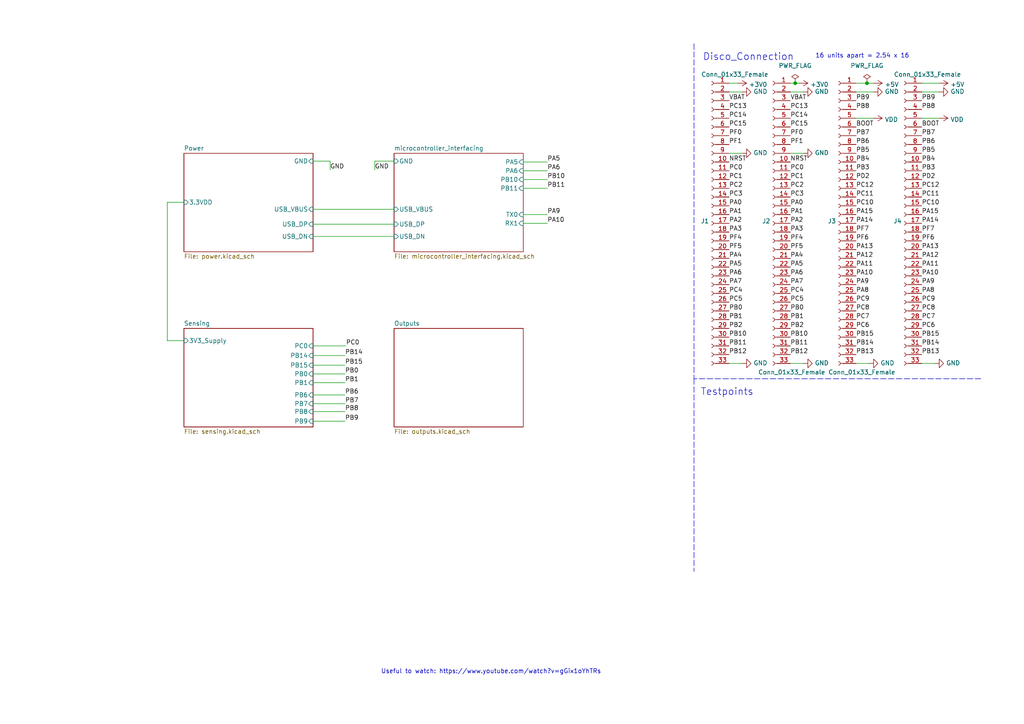
<source format=kicad_sch>
(kicad_sch (version 20211123) (generator eeschema)

  (uuid e63e39d7-6ac0-4ffd-8aa3-1841a4541b55)

  (paper "A4")

  (title_block
    (title "Team 8 Project")
    (date "2022-03-11")
    (rev "V2")
    (company "University of Cape Town")
    (comment 3 " ")
    (comment 4 "@Authors: Lutendo Mulaisi, Lisakhanya Miyana, Munashe Chihota")
  )

  (lib_symbols
    (symbol "Connector:Conn_01x33_Female" (pin_names (offset 1.016) hide) (in_bom yes) (on_board yes)
      (property "Reference" "J" (id 0) (at 0 43.18 0)
        (effects (font (size 1.27 1.27)))
      )
      (property "Value" "Conn_01x33_Female" (id 1) (at 0 -43.18 0)
        (effects (font (size 1.27 1.27)))
      )
      (property "Footprint" "" (id 2) (at 0 0 0)
        (effects (font (size 1.27 1.27)) hide)
      )
      (property "Datasheet" "~" (id 3) (at 0 0 0)
        (effects (font (size 1.27 1.27)) hide)
      )
      (property "ki_keywords" "connector" (id 4) (at 0 0 0)
        (effects (font (size 1.27 1.27)) hide)
      )
      (property "ki_description" "Generic connector, single row, 01x33, script generated (kicad-library-utils/schlib/autogen/connector/)" (id 5) (at 0 0 0)
        (effects (font (size 1.27 1.27)) hide)
      )
      (property "ki_fp_filters" "Connector*:*_1x??_*" (id 6) (at 0 0 0)
        (effects (font (size 1.27 1.27)) hide)
      )
      (symbol "Conn_01x33_Female_1_1"
        (arc (start 0 -40.132) (mid -0.508 -40.64) (end 0 -41.148)
          (stroke (width 0.1524) (type default) (color 0 0 0 0))
          (fill (type none))
        )
        (arc (start 0 -37.592) (mid -0.508 -38.1) (end 0 -38.608)
          (stroke (width 0.1524) (type default) (color 0 0 0 0))
          (fill (type none))
        )
        (arc (start 0 -35.052) (mid -0.508 -35.56) (end 0 -36.068)
          (stroke (width 0.1524) (type default) (color 0 0 0 0))
          (fill (type none))
        )
        (arc (start 0 -32.512) (mid -0.508 -33.02) (end 0 -33.528)
          (stroke (width 0.1524) (type default) (color 0 0 0 0))
          (fill (type none))
        )
        (arc (start 0 -29.972) (mid -0.508 -30.48) (end 0 -30.988)
          (stroke (width 0.1524) (type default) (color 0 0 0 0))
          (fill (type none))
        )
        (arc (start 0 -27.432) (mid -0.508 -27.94) (end 0 -28.448)
          (stroke (width 0.1524) (type default) (color 0 0 0 0))
          (fill (type none))
        )
        (arc (start 0 -24.892) (mid -0.508 -25.4) (end 0 -25.908)
          (stroke (width 0.1524) (type default) (color 0 0 0 0))
          (fill (type none))
        )
        (arc (start 0 -22.352) (mid -0.508 -22.86) (end 0 -23.368)
          (stroke (width 0.1524) (type default) (color 0 0 0 0))
          (fill (type none))
        )
        (arc (start 0 -19.812) (mid -0.508 -20.32) (end 0 -20.828)
          (stroke (width 0.1524) (type default) (color 0 0 0 0))
          (fill (type none))
        )
        (arc (start 0 -17.272) (mid -0.508 -17.78) (end 0 -18.288)
          (stroke (width 0.1524) (type default) (color 0 0 0 0))
          (fill (type none))
        )
        (arc (start 0 -14.732) (mid -0.508 -15.24) (end 0 -15.748)
          (stroke (width 0.1524) (type default) (color 0 0 0 0))
          (fill (type none))
        )
        (arc (start 0 -12.192) (mid -0.508 -12.7) (end 0 -13.208)
          (stroke (width 0.1524) (type default) (color 0 0 0 0))
          (fill (type none))
        )
        (arc (start 0 -9.652) (mid -0.508 -10.16) (end 0 -10.668)
          (stroke (width 0.1524) (type default) (color 0 0 0 0))
          (fill (type none))
        )
        (arc (start 0 -7.112) (mid -0.508 -7.62) (end 0 -8.128)
          (stroke (width 0.1524) (type default) (color 0 0 0 0))
          (fill (type none))
        )
        (arc (start 0 -4.572) (mid -0.508 -5.08) (end 0 -5.588)
          (stroke (width 0.1524) (type default) (color 0 0 0 0))
          (fill (type none))
        )
        (arc (start 0 -2.032) (mid -0.508 -2.54) (end 0 -3.048)
          (stroke (width 0.1524) (type default) (color 0 0 0 0))
          (fill (type none))
        )
        (polyline
          (pts
            (xy -1.27 -40.64)
            (xy -0.508 -40.64)
          )
          (stroke (width 0.1524) (type default) (color 0 0 0 0))
          (fill (type none))
        )
        (polyline
          (pts
            (xy -1.27 -38.1)
            (xy -0.508 -38.1)
          )
          (stroke (width 0.1524) (type default) (color 0 0 0 0))
          (fill (type none))
        )
        (polyline
          (pts
            (xy -1.27 -35.56)
            (xy -0.508 -35.56)
          )
          (stroke (width 0.1524) (type default) (color 0 0 0 0))
          (fill (type none))
        )
        (polyline
          (pts
            (xy -1.27 -33.02)
            (xy -0.508 -33.02)
          )
          (stroke (width 0.1524) (type default) (color 0 0 0 0))
          (fill (type none))
        )
        (polyline
          (pts
            (xy -1.27 -30.48)
            (xy -0.508 -30.48)
          )
          (stroke (width 0.1524) (type default) (color 0 0 0 0))
          (fill (type none))
        )
        (polyline
          (pts
            (xy -1.27 -27.94)
            (xy -0.508 -27.94)
          )
          (stroke (width 0.1524) (type default) (color 0 0 0 0))
          (fill (type none))
        )
        (polyline
          (pts
            (xy -1.27 -25.4)
            (xy -0.508 -25.4)
          )
          (stroke (width 0.1524) (type default) (color 0 0 0 0))
          (fill (type none))
        )
        (polyline
          (pts
            (xy -1.27 -22.86)
            (xy -0.508 -22.86)
          )
          (stroke (width 0.1524) (type default) (color 0 0 0 0))
          (fill (type none))
        )
        (polyline
          (pts
            (xy -1.27 -20.32)
            (xy -0.508 -20.32)
          )
          (stroke (width 0.1524) (type default) (color 0 0 0 0))
          (fill (type none))
        )
        (polyline
          (pts
            (xy -1.27 -17.78)
            (xy -0.508 -17.78)
          )
          (stroke (width 0.1524) (type default) (color 0 0 0 0))
          (fill (type none))
        )
        (polyline
          (pts
            (xy -1.27 -15.24)
            (xy -0.508 -15.24)
          )
          (stroke (width 0.1524) (type default) (color 0 0 0 0))
          (fill (type none))
        )
        (polyline
          (pts
            (xy -1.27 -12.7)
            (xy -0.508 -12.7)
          )
          (stroke (width 0.1524) (type default) (color 0 0 0 0))
          (fill (type none))
        )
        (polyline
          (pts
            (xy -1.27 -10.16)
            (xy -0.508 -10.16)
          )
          (stroke (width 0.1524) (type default) (color 0 0 0 0))
          (fill (type none))
        )
        (polyline
          (pts
            (xy -1.27 -7.62)
            (xy -0.508 -7.62)
          )
          (stroke (width 0.1524) (type default) (color 0 0 0 0))
          (fill (type none))
        )
        (polyline
          (pts
            (xy -1.27 -5.08)
            (xy -0.508 -5.08)
          )
          (stroke (width 0.1524) (type default) (color 0 0 0 0))
          (fill (type none))
        )
        (polyline
          (pts
            (xy -1.27 -2.54)
            (xy -0.508 -2.54)
          )
          (stroke (width 0.1524) (type default) (color 0 0 0 0))
          (fill (type none))
        )
        (polyline
          (pts
            (xy -1.27 0)
            (xy -0.508 0)
          )
          (stroke (width 0.1524) (type default) (color 0 0 0 0))
          (fill (type none))
        )
        (polyline
          (pts
            (xy -1.27 2.54)
            (xy -0.508 2.54)
          )
          (stroke (width 0.1524) (type default) (color 0 0 0 0))
          (fill (type none))
        )
        (polyline
          (pts
            (xy -1.27 5.08)
            (xy -0.508 5.08)
          )
          (stroke (width 0.1524) (type default) (color 0 0 0 0))
          (fill (type none))
        )
        (polyline
          (pts
            (xy -1.27 7.62)
            (xy -0.508 7.62)
          )
          (stroke (width 0.1524) (type default) (color 0 0 0 0))
          (fill (type none))
        )
        (polyline
          (pts
            (xy -1.27 10.16)
            (xy -0.508 10.16)
          )
          (stroke (width 0.1524) (type default) (color 0 0 0 0))
          (fill (type none))
        )
        (polyline
          (pts
            (xy -1.27 12.7)
            (xy -0.508 12.7)
          )
          (stroke (width 0.1524) (type default) (color 0 0 0 0))
          (fill (type none))
        )
        (polyline
          (pts
            (xy -1.27 15.24)
            (xy -0.508 15.24)
          )
          (stroke (width 0.1524) (type default) (color 0 0 0 0))
          (fill (type none))
        )
        (polyline
          (pts
            (xy -1.27 17.78)
            (xy -0.508 17.78)
          )
          (stroke (width 0.1524) (type default) (color 0 0 0 0))
          (fill (type none))
        )
        (polyline
          (pts
            (xy -1.27 20.32)
            (xy -0.508 20.32)
          )
          (stroke (width 0.1524) (type default) (color 0 0 0 0))
          (fill (type none))
        )
        (polyline
          (pts
            (xy -1.27 22.86)
            (xy -0.508 22.86)
          )
          (stroke (width 0.1524) (type default) (color 0 0 0 0))
          (fill (type none))
        )
        (polyline
          (pts
            (xy -1.27 25.4)
            (xy -0.508 25.4)
          )
          (stroke (width 0.1524) (type default) (color 0 0 0 0))
          (fill (type none))
        )
        (polyline
          (pts
            (xy -1.27 27.94)
            (xy -0.508 27.94)
          )
          (stroke (width 0.1524) (type default) (color 0 0 0 0))
          (fill (type none))
        )
        (polyline
          (pts
            (xy -1.27 30.48)
            (xy -0.508 30.48)
          )
          (stroke (width 0.1524) (type default) (color 0 0 0 0))
          (fill (type none))
        )
        (polyline
          (pts
            (xy -1.27 33.02)
            (xy -0.508 33.02)
          )
          (stroke (width 0.1524) (type default) (color 0 0 0 0))
          (fill (type none))
        )
        (polyline
          (pts
            (xy -1.27 35.56)
            (xy -0.508 35.56)
          )
          (stroke (width 0.1524) (type default) (color 0 0 0 0))
          (fill (type none))
        )
        (polyline
          (pts
            (xy -1.27 38.1)
            (xy -0.508 38.1)
          )
          (stroke (width 0.1524) (type default) (color 0 0 0 0))
          (fill (type none))
        )
        (polyline
          (pts
            (xy -1.27 40.64)
            (xy -0.508 40.64)
          )
          (stroke (width 0.1524) (type default) (color 0 0 0 0))
          (fill (type none))
        )
        (arc (start 0 0.508) (mid -0.508 0) (end 0 -0.508)
          (stroke (width 0.1524) (type default) (color 0 0 0 0))
          (fill (type none))
        )
        (arc (start 0 3.048) (mid -0.508 2.54) (end 0 2.032)
          (stroke (width 0.1524) (type default) (color 0 0 0 0))
          (fill (type none))
        )
        (arc (start 0 5.588) (mid -0.508 5.08) (end 0 4.572)
          (stroke (width 0.1524) (type default) (color 0 0 0 0))
          (fill (type none))
        )
        (arc (start 0 8.128) (mid -0.508 7.62) (end 0 7.112)
          (stroke (width 0.1524) (type default) (color 0 0 0 0))
          (fill (type none))
        )
        (arc (start 0 10.668) (mid -0.508 10.16) (end 0 9.652)
          (stroke (width 0.1524) (type default) (color 0 0 0 0))
          (fill (type none))
        )
        (arc (start 0 13.208) (mid -0.508 12.7) (end 0 12.192)
          (stroke (width 0.1524) (type default) (color 0 0 0 0))
          (fill (type none))
        )
        (arc (start 0 15.748) (mid -0.508 15.24) (end 0 14.732)
          (stroke (width 0.1524) (type default) (color 0 0 0 0))
          (fill (type none))
        )
        (arc (start 0 18.288) (mid -0.508 17.78) (end 0 17.272)
          (stroke (width 0.1524) (type default) (color 0 0 0 0))
          (fill (type none))
        )
        (arc (start 0 20.828) (mid -0.508 20.32) (end 0 19.812)
          (stroke (width 0.1524) (type default) (color 0 0 0 0))
          (fill (type none))
        )
        (arc (start 0 23.368) (mid -0.508 22.86) (end 0 22.352)
          (stroke (width 0.1524) (type default) (color 0 0 0 0))
          (fill (type none))
        )
        (arc (start 0 25.908) (mid -0.508 25.4) (end 0 24.892)
          (stroke (width 0.1524) (type default) (color 0 0 0 0))
          (fill (type none))
        )
        (arc (start 0 28.448) (mid -0.508 27.94) (end 0 27.432)
          (stroke (width 0.1524) (type default) (color 0 0 0 0))
          (fill (type none))
        )
        (arc (start 0 30.988) (mid -0.508 30.48) (end 0 29.972)
          (stroke (width 0.1524) (type default) (color 0 0 0 0))
          (fill (type none))
        )
        (arc (start 0 33.528) (mid -0.508 33.02) (end 0 32.512)
          (stroke (width 0.1524) (type default) (color 0 0 0 0))
          (fill (type none))
        )
        (arc (start 0 36.068) (mid -0.508 35.56) (end 0 35.052)
          (stroke (width 0.1524) (type default) (color 0 0 0 0))
          (fill (type none))
        )
        (arc (start 0 38.608) (mid -0.508 38.1) (end 0 37.592)
          (stroke (width 0.1524) (type default) (color 0 0 0 0))
          (fill (type none))
        )
        (arc (start 0 41.148) (mid -0.508 40.64) (end 0 40.132)
          (stroke (width 0.1524) (type default) (color 0 0 0 0))
          (fill (type none))
        )
        (pin passive line (at -5.08 40.64 0) (length 3.81)
          (name "Pin_1" (effects (font (size 1.27 1.27))))
          (number "1" (effects (font (size 1.27 1.27))))
        )
        (pin passive line (at -5.08 17.78 0) (length 3.81)
          (name "Pin_10" (effects (font (size 1.27 1.27))))
          (number "10" (effects (font (size 1.27 1.27))))
        )
        (pin passive line (at -5.08 15.24 0) (length 3.81)
          (name "Pin_11" (effects (font (size 1.27 1.27))))
          (number "11" (effects (font (size 1.27 1.27))))
        )
        (pin passive line (at -5.08 12.7 0) (length 3.81)
          (name "Pin_12" (effects (font (size 1.27 1.27))))
          (number "12" (effects (font (size 1.27 1.27))))
        )
        (pin passive line (at -5.08 10.16 0) (length 3.81)
          (name "Pin_13" (effects (font (size 1.27 1.27))))
          (number "13" (effects (font (size 1.27 1.27))))
        )
        (pin passive line (at -5.08 7.62 0) (length 3.81)
          (name "Pin_14" (effects (font (size 1.27 1.27))))
          (number "14" (effects (font (size 1.27 1.27))))
        )
        (pin passive line (at -5.08 5.08 0) (length 3.81)
          (name "Pin_15" (effects (font (size 1.27 1.27))))
          (number "15" (effects (font (size 1.27 1.27))))
        )
        (pin passive line (at -5.08 2.54 0) (length 3.81)
          (name "Pin_16" (effects (font (size 1.27 1.27))))
          (number "16" (effects (font (size 1.27 1.27))))
        )
        (pin passive line (at -5.08 0 0) (length 3.81)
          (name "Pin_17" (effects (font (size 1.27 1.27))))
          (number "17" (effects (font (size 1.27 1.27))))
        )
        (pin passive line (at -5.08 -2.54 0) (length 3.81)
          (name "Pin_18" (effects (font (size 1.27 1.27))))
          (number "18" (effects (font (size 1.27 1.27))))
        )
        (pin passive line (at -5.08 -5.08 0) (length 3.81)
          (name "Pin_19" (effects (font (size 1.27 1.27))))
          (number "19" (effects (font (size 1.27 1.27))))
        )
        (pin passive line (at -5.08 38.1 0) (length 3.81)
          (name "Pin_2" (effects (font (size 1.27 1.27))))
          (number "2" (effects (font (size 1.27 1.27))))
        )
        (pin passive line (at -5.08 -7.62 0) (length 3.81)
          (name "Pin_20" (effects (font (size 1.27 1.27))))
          (number "20" (effects (font (size 1.27 1.27))))
        )
        (pin passive line (at -5.08 -10.16 0) (length 3.81)
          (name "Pin_21" (effects (font (size 1.27 1.27))))
          (number "21" (effects (font (size 1.27 1.27))))
        )
        (pin passive line (at -5.08 -12.7 0) (length 3.81)
          (name "Pin_22" (effects (font (size 1.27 1.27))))
          (number "22" (effects (font (size 1.27 1.27))))
        )
        (pin passive line (at -5.08 -15.24 0) (length 3.81)
          (name "Pin_23" (effects (font (size 1.27 1.27))))
          (number "23" (effects (font (size 1.27 1.27))))
        )
        (pin passive line (at -5.08 -17.78 0) (length 3.81)
          (name "Pin_24" (effects (font (size 1.27 1.27))))
          (number "24" (effects (font (size 1.27 1.27))))
        )
        (pin passive line (at -5.08 -20.32 0) (length 3.81)
          (name "Pin_25" (effects (font (size 1.27 1.27))))
          (number "25" (effects (font (size 1.27 1.27))))
        )
        (pin passive line (at -5.08 -22.86 0) (length 3.81)
          (name "Pin_26" (effects (font (size 1.27 1.27))))
          (number "26" (effects (font (size 1.27 1.27))))
        )
        (pin passive line (at -5.08 -25.4 0) (length 3.81)
          (name "Pin_27" (effects (font (size 1.27 1.27))))
          (number "27" (effects (font (size 1.27 1.27))))
        )
        (pin passive line (at -5.08 -27.94 0) (length 3.81)
          (name "Pin_28" (effects (font (size 1.27 1.27))))
          (number "28" (effects (font (size 1.27 1.27))))
        )
        (pin passive line (at -5.08 -30.48 0) (length 3.81)
          (name "Pin_29" (effects (font (size 1.27 1.27))))
          (number "29" (effects (font (size 1.27 1.27))))
        )
        (pin passive line (at -5.08 35.56 0) (length 3.81)
          (name "Pin_3" (effects (font (size 1.27 1.27))))
          (number "3" (effects (font (size 1.27 1.27))))
        )
        (pin passive line (at -5.08 -33.02 0) (length 3.81)
          (name "Pin_30" (effects (font (size 1.27 1.27))))
          (number "30" (effects (font (size 1.27 1.27))))
        )
        (pin passive line (at -5.08 -35.56 0) (length 3.81)
          (name "Pin_31" (effects (font (size 1.27 1.27))))
          (number "31" (effects (font (size 1.27 1.27))))
        )
        (pin passive line (at -5.08 -38.1 0) (length 3.81)
          (name "Pin_32" (effects (font (size 1.27 1.27))))
          (number "32" (effects (font (size 1.27 1.27))))
        )
        (pin passive line (at -5.08 -40.64 0) (length 3.81)
          (name "Pin_33" (effects (font (size 1.27 1.27))))
          (number "33" (effects (font (size 1.27 1.27))))
        )
        (pin passive line (at -5.08 33.02 0) (length 3.81)
          (name "Pin_4" (effects (font (size 1.27 1.27))))
          (number "4" (effects (font (size 1.27 1.27))))
        )
        (pin passive line (at -5.08 30.48 0) (length 3.81)
          (name "Pin_5" (effects (font (size 1.27 1.27))))
          (number "5" (effects (font (size 1.27 1.27))))
        )
        (pin passive line (at -5.08 27.94 0) (length 3.81)
          (name "Pin_6" (effects (font (size 1.27 1.27))))
          (number "6" (effects (font (size 1.27 1.27))))
        )
        (pin passive line (at -5.08 25.4 0) (length 3.81)
          (name "Pin_7" (effects (font (size 1.27 1.27))))
          (number "7" (effects (font (size 1.27 1.27))))
        )
        (pin passive line (at -5.08 22.86 0) (length 3.81)
          (name "Pin_8" (effects (font (size 1.27 1.27))))
          (number "8" (effects (font (size 1.27 1.27))))
        )
        (pin passive line (at -5.08 20.32 0) (length 3.81)
          (name "Pin_9" (effects (font (size 1.27 1.27))))
          (number "9" (effects (font (size 1.27 1.27))))
        )
      )
    )
    (symbol "power:+3V0" (power) (pin_names (offset 0)) (in_bom yes) (on_board yes)
      (property "Reference" "#PWR" (id 0) (at 0 -3.81 0)
        (effects (font (size 1.27 1.27)) hide)
      )
      (property "Value" "+3V0" (id 1) (at 0 3.556 0)
        (effects (font (size 1.27 1.27)))
      )
      (property "Footprint" "" (id 2) (at 0 0 0)
        (effects (font (size 1.27 1.27)) hide)
      )
      (property "Datasheet" "" (id 3) (at 0 0 0)
        (effects (font (size 1.27 1.27)) hide)
      )
      (property "ki_keywords" "power-flag" (id 4) (at 0 0 0)
        (effects (font (size 1.27 1.27)) hide)
      )
      (property "ki_description" "Power symbol creates a global label with name \"+3V0\"" (id 5) (at 0 0 0)
        (effects (font (size 1.27 1.27)) hide)
      )
      (symbol "+3V0_0_1"
        (polyline
          (pts
            (xy -0.762 1.27)
            (xy 0 2.54)
          )
          (stroke (width 0) (type default) (color 0 0 0 0))
          (fill (type none))
        )
        (polyline
          (pts
            (xy 0 0)
            (xy 0 2.54)
          )
          (stroke (width 0) (type default) (color 0 0 0 0))
          (fill (type none))
        )
        (polyline
          (pts
            (xy 0 2.54)
            (xy 0.762 1.27)
          )
          (stroke (width 0) (type default) (color 0 0 0 0))
          (fill (type none))
        )
      )
      (symbol "+3V0_1_1"
        (pin power_in line (at 0 0 90) (length 0) hide
          (name "+3V0" (effects (font (size 1.27 1.27))))
          (number "1" (effects (font (size 1.27 1.27))))
        )
      )
    )
    (symbol "power:+5V" (power) (pin_names (offset 0)) (in_bom yes) (on_board yes)
      (property "Reference" "#PWR" (id 0) (at 0 -3.81 0)
        (effects (font (size 1.27 1.27)) hide)
      )
      (property "Value" "+5V" (id 1) (at 0 3.556 0)
        (effects (font (size 1.27 1.27)))
      )
      (property "Footprint" "" (id 2) (at 0 0 0)
        (effects (font (size 1.27 1.27)) hide)
      )
      (property "Datasheet" "" (id 3) (at 0 0 0)
        (effects (font (size 1.27 1.27)) hide)
      )
      (property "ki_keywords" "power-flag" (id 4) (at 0 0 0)
        (effects (font (size 1.27 1.27)) hide)
      )
      (property "ki_description" "Power symbol creates a global label with name \"+5V\"" (id 5) (at 0 0 0)
        (effects (font (size 1.27 1.27)) hide)
      )
      (symbol "+5V_0_1"
        (polyline
          (pts
            (xy -0.762 1.27)
            (xy 0 2.54)
          )
          (stroke (width 0) (type default) (color 0 0 0 0))
          (fill (type none))
        )
        (polyline
          (pts
            (xy 0 0)
            (xy 0 2.54)
          )
          (stroke (width 0) (type default) (color 0 0 0 0))
          (fill (type none))
        )
        (polyline
          (pts
            (xy 0 2.54)
            (xy 0.762 1.27)
          )
          (stroke (width 0) (type default) (color 0 0 0 0))
          (fill (type none))
        )
      )
      (symbol "+5V_1_1"
        (pin power_in line (at 0 0 90) (length 0) hide
          (name "+5V" (effects (font (size 1.27 1.27))))
          (number "1" (effects (font (size 1.27 1.27))))
        )
      )
    )
    (symbol "power:GND" (power) (pin_names (offset 0)) (in_bom yes) (on_board yes)
      (property "Reference" "#PWR" (id 0) (at 0 -6.35 0)
        (effects (font (size 1.27 1.27)) hide)
      )
      (property "Value" "GND" (id 1) (at 0 -3.81 0)
        (effects (font (size 1.27 1.27)))
      )
      (property "Footprint" "" (id 2) (at 0 0 0)
        (effects (font (size 1.27 1.27)) hide)
      )
      (property "Datasheet" "" (id 3) (at 0 0 0)
        (effects (font (size 1.27 1.27)) hide)
      )
      (property "ki_keywords" "power-flag" (id 4) (at 0 0 0)
        (effects (font (size 1.27 1.27)) hide)
      )
      (property "ki_description" "Power symbol creates a global label with name \"GND\" , ground" (id 5) (at 0 0 0)
        (effects (font (size 1.27 1.27)) hide)
      )
      (symbol "GND_0_1"
        (polyline
          (pts
            (xy 0 0)
            (xy 0 -1.27)
            (xy 1.27 -1.27)
            (xy 0 -2.54)
            (xy -1.27 -1.27)
            (xy 0 -1.27)
          )
          (stroke (width 0) (type default) (color 0 0 0 0))
          (fill (type none))
        )
      )
      (symbol "GND_1_1"
        (pin power_in line (at 0 0 270) (length 0) hide
          (name "GND" (effects (font (size 1.27 1.27))))
          (number "1" (effects (font (size 1.27 1.27))))
        )
      )
    )
    (symbol "power:PWR_FLAG" (power) (pin_numbers hide) (pin_names (offset 0) hide) (in_bom yes) (on_board yes)
      (property "Reference" "#FLG" (id 0) (at 0 1.905 0)
        (effects (font (size 1.27 1.27)) hide)
      )
      (property "Value" "PWR_FLAG" (id 1) (at 0 3.81 0)
        (effects (font (size 1.27 1.27)))
      )
      (property "Footprint" "" (id 2) (at 0 0 0)
        (effects (font (size 1.27 1.27)) hide)
      )
      (property "Datasheet" "~" (id 3) (at 0 0 0)
        (effects (font (size 1.27 1.27)) hide)
      )
      (property "ki_keywords" "power-flag" (id 4) (at 0 0 0)
        (effects (font (size 1.27 1.27)) hide)
      )
      (property "ki_description" "Special symbol for telling ERC where power comes from" (id 5) (at 0 0 0)
        (effects (font (size 1.27 1.27)) hide)
      )
      (symbol "PWR_FLAG_0_0"
        (pin power_out line (at 0 0 90) (length 0)
          (name "pwr" (effects (font (size 1.27 1.27))))
          (number "1" (effects (font (size 1.27 1.27))))
        )
      )
      (symbol "PWR_FLAG_0_1"
        (polyline
          (pts
            (xy 0 0)
            (xy 0 1.27)
            (xy -1.016 1.905)
            (xy 0 2.54)
            (xy 1.016 1.905)
            (xy 0 1.27)
          )
          (stroke (width 0) (type default) (color 0 0 0 0))
          (fill (type none))
        )
      )
    )
    (symbol "power:VDD" (power) (pin_names (offset 0)) (in_bom yes) (on_board yes)
      (property "Reference" "#PWR" (id 0) (at 0 -3.81 0)
        (effects (font (size 1.27 1.27)) hide)
      )
      (property "Value" "VDD" (id 1) (at 0 3.81 0)
        (effects (font (size 1.27 1.27)))
      )
      (property "Footprint" "" (id 2) (at 0 0 0)
        (effects (font (size 1.27 1.27)) hide)
      )
      (property "Datasheet" "" (id 3) (at 0 0 0)
        (effects (font (size 1.27 1.27)) hide)
      )
      (property "ki_keywords" "power-flag" (id 4) (at 0 0 0)
        (effects (font (size 1.27 1.27)) hide)
      )
      (property "ki_description" "Power symbol creates a global label with name \"VDD\"" (id 5) (at 0 0 0)
        (effects (font (size 1.27 1.27)) hide)
      )
      (symbol "VDD_0_1"
        (polyline
          (pts
            (xy -0.762 1.27)
            (xy 0 2.54)
          )
          (stroke (width 0) (type default) (color 0 0 0 0))
          (fill (type none))
        )
        (polyline
          (pts
            (xy 0 0)
            (xy 0 2.54)
          )
          (stroke (width 0) (type default) (color 0 0 0 0))
          (fill (type none))
        )
        (polyline
          (pts
            (xy 0 2.54)
            (xy 0.762 1.27)
          )
          (stroke (width 0) (type default) (color 0 0 0 0))
          (fill (type none))
        )
      )
      (symbol "VDD_1_1"
        (pin power_in line (at 0 0 90) (length 0) hide
          (name "VDD" (effects (font (size 1.27 1.27))))
          (number "1" (effects (font (size 1.27 1.27))))
        )
      )
    )
  )

  (junction (at 230.632 24.13) (diameter 0) (color 0 0 0 0)
    (uuid 1c8bb045-e1eb-4546-9ac9-feaa91b112d4)
  )
  (junction (at 251.46 24.13) (diameter 0) (color 0 0 0 0)
    (uuid 4d6b2de1-4d2c-493a-b338-56fa7f9e678f)
  )

  (wire (pts (xy 90.805 100.33) (xy 100.33 100.33))
    (stroke (width 0) (type default) (color 0 0 0 0))
    (uuid 04eea7c4-111b-4139-93a0-85f10d87fdaa)
  )
  (wire (pts (xy 48.514 98.806) (xy 53.34 98.806))
    (stroke (width 0) (type default) (color 0 0 0 0))
    (uuid 0f5e1207-e4ea-4a5b-af94-5c8139cf3458)
  )
  (wire (pts (xy 90.805 60.706) (xy 114.3 60.706))
    (stroke (width 0) (type default) (color 0 0 0 0))
    (uuid 1ceb1142-dba0-4fbd-ba4c-621cdf7bc375)
  )
  (wire (pts (xy 211.455 44.45) (xy 215.265 44.45))
    (stroke (width 0) (type default) (color 0 0 0 0))
    (uuid 2361ed9d-44ac-40c1-ab71-db1419d4ef87)
  )
  (wire (pts (xy 90.805 103.124) (xy 100.076 103.124))
    (stroke (width 0) (type default) (color 0 0 0 0))
    (uuid 290d2314-3cb7-4e68-b100-a645de6c7be5)
  )
  (wire (pts (xy 151.765 64.77) (xy 158.75 64.77))
    (stroke (width 0) (type default) (color 0 0 0 0))
    (uuid 2b12e5d0-b61b-488e-898c-894092f9956c)
  )
  (wire (pts (xy 108.712 46.736) (xy 108.712 49.276))
    (stroke (width 0) (type default) (color 0 0 0 0))
    (uuid 2e91e35a-4fb1-407c-8f60-3b917cc40e51)
  )
  (wire (pts (xy 230.632 23.876) (xy 230.632 24.13))
    (stroke (width 0) (type default) (color 0 0 0 0))
    (uuid 34195739-e9d4-4feb-880a-ac82e7138957)
  )
  (polyline (pts (xy 201.295 12.7) (xy 201.295 109.855))
    (stroke (width 0) (type default) (color 0 0 0 0))
    (uuid 3a983f51-42e8-405a-9e04-43b2dcabad73)
  )

  (wire (pts (xy 251.46 24.13) (xy 253.365 24.13))
    (stroke (width 0) (type default) (color 0 0 0 0))
    (uuid 3e528c84-7d54-4ffe-a586-9bee295561a4)
  )
  (wire (pts (xy 90.805 65.024) (xy 114.3 65.024))
    (stroke (width 0) (type default) (color 0 0 0 0))
    (uuid 51b57f89-10a0-42eb-8909-33f1aeb263b6)
  )
  (polyline (pts (xy 284.48 109.855) (xy 201.295 109.855))
    (stroke (width 0) (type default) (color 0 0 0 0))
    (uuid 5349dbfc-1197-4fd1-baa3-9509e2eb1877)
  )

  (wire (pts (xy 248.285 26.67) (xy 253.365 26.67))
    (stroke (width 0) (type default) (color 0 0 0 0))
    (uuid 5379d081-922a-4828-9d43-7b2f2572d06c)
  )
  (wire (pts (xy 229.235 24.13) (xy 230.632 24.13))
    (stroke (width 0) (type default) (color 0 0 0 0))
    (uuid 5d9cc826-4756-4365-b769-24e883398d0a)
  )
  (wire (pts (xy 90.805 117.094) (xy 100.076 117.094))
    (stroke (width 0) (type default) (color 0 0 0 0))
    (uuid 5f9b128a-a532-4b24-9bdd-1f4aa8fa83d3)
  )
  (wire (pts (xy 53.34 58.674) (xy 48.514 58.674))
    (stroke (width 0) (type default) (color 0 0 0 0))
    (uuid 669276fc-11c7-4abd-b919-76fc92a043d8)
  )
  (polyline (pts (xy 201.295 109.855) (xy 201.295 165.735))
    (stroke (width 0) (type default) (color 0 0 0 0))
    (uuid 6afb9509-4267-45b9-b7dd-802c6961c178)
  )

  (wire (pts (xy 95.758 46.736) (xy 95.758 49.276))
    (stroke (width 0) (type default) (color 0 0 0 0))
    (uuid 745cbf79-ac82-447e-ae4b-7aab58647c94)
  )
  (wire (pts (xy 90.805 114.554) (xy 100.076 114.554))
    (stroke (width 0) (type default) (color 0 0 0 0))
    (uuid 7f0a7d93-39e1-4ae6-af9a-896a2d562aa4)
  )
  (wire (pts (xy 248.285 34.29) (xy 253.365 34.29))
    (stroke (width 0) (type default) (color 0 0 0 0))
    (uuid 93927c49-5ee1-4ac6-b668-9cc01dba8402)
  )
  (wire (pts (xy 248.285 24.13) (xy 251.46 24.13))
    (stroke (width 0) (type default) (color 0 0 0 0))
    (uuid 97db24fe-c1f7-4f86-9060-dc632af2d885)
  )
  (wire (pts (xy 90.805 122.174) (xy 100.076 122.174))
    (stroke (width 0) (type default) (color 0 0 0 0))
    (uuid 9ee8932c-ba1a-4850-83c7-52cf0ca576cf)
  )
  (wire (pts (xy 151.765 62.23) (xy 158.75 62.23))
    (stroke (width 0) (type default) (color 0 0 0 0))
    (uuid a12bf8c0-e55e-4993-a14a-36e6f060568f)
  )
  (wire (pts (xy 230.632 24.13) (xy 231.775 24.13))
    (stroke (width 0) (type default) (color 0 0 0 0))
    (uuid a143881a-cb35-4481-951a-fe78bacab253)
  )
  (wire (pts (xy 211.455 24.13) (xy 213.995 24.13))
    (stroke (width 0) (type default) (color 0 0 0 0))
    (uuid a1f347f0-3fa4-4dbd-b2cf-d3082bc4e36a)
  )
  (wire (pts (xy 233.045 105.41) (xy 229.235 105.41))
    (stroke (width 0) (type default) (color 0 0 0 0))
    (uuid ad9624f8-cf25-4b9a-95b1-2c64fccd57f6)
  )
  (wire (pts (xy 229.235 26.67) (xy 233.045 26.67))
    (stroke (width 0) (type default) (color 0 0 0 0))
    (uuid b6346b0a-bb01-4e48-89f7-5054374e0d0d)
  )
  (wire (pts (xy 229.235 44.45) (xy 233.045 44.45))
    (stroke (width 0) (type default) (color 0 0 0 0))
    (uuid be40a792-1fff-4ce1-a6d8-41730132bad4)
  )
  (wire (pts (xy 272.415 24.13) (xy 267.335 24.13))
    (stroke (width 0) (type default) (color 0 0 0 0))
    (uuid ce824579-a256-4757-8547-32bf1db63637)
  )
  (wire (pts (xy 90.805 110.998) (xy 100.076 110.998))
    (stroke (width 0) (type default) (color 0 0 0 0))
    (uuid d1815cec-994a-42ec-bffd-39d51ef7fb7f)
  )
  (wire (pts (xy 211.455 26.67) (xy 215.265 26.67))
    (stroke (width 0) (type default) (color 0 0 0 0))
    (uuid dc419a21-b30b-44db-8d8a-272c5f8ad6c6)
  )
  (wire (pts (xy 248.285 105.41) (xy 252.095 105.41))
    (stroke (width 0) (type default) (color 0 0 0 0))
    (uuid dfdaa22a-0489-48da-8a56-737e4c4366e1)
  )
  (wire (pts (xy 267.335 105.41) (xy 271.145 105.41))
    (stroke (width 0) (type default) (color 0 0 0 0))
    (uuid e1a929c4-c484-4255-9524-8c224d1f6e73)
  )
  (wire (pts (xy 90.805 46.736) (xy 95.758 46.736))
    (stroke (width 0) (type default) (color 0 0 0 0))
    (uuid e5268595-b06a-4cc1-9524-adb45c73da96)
  )
  (wire (pts (xy 267.335 26.67) (xy 272.415 26.67))
    (stroke (width 0) (type default) (color 0 0 0 0))
    (uuid e567c545-204a-4e4a-bfa9-ae48e2366f9a)
  )
  (wire (pts (xy 151.765 54.61) (xy 158.75 54.61))
    (stroke (width 0) (type default) (color 0 0 0 0))
    (uuid ebca36d0-6a61-4897-971a-edb9bf8c7739)
  )
  (wire (pts (xy 215.265 105.41) (xy 211.455 105.41))
    (stroke (width 0) (type default) (color 0 0 0 0))
    (uuid f03f8712-a7f0-45ba-8dbf-7ce6f298ed42)
  )
  (wire (pts (xy 108.712 46.736) (xy 114.3 46.736))
    (stroke (width 0) (type default) (color 0 0 0 0))
    (uuid f1a40795-acb2-4837-afc9-525624124c70)
  )
  (wire (pts (xy 90.805 68.58) (xy 114.3 68.58))
    (stroke (width 0) (type default) (color 0 0 0 0))
    (uuid f2539a14-7bd1-4bd8-b790-25999db30570)
  )
  (wire (pts (xy 151.765 52.07) (xy 158.75 52.07))
    (stroke (width 0) (type default) (color 0 0 0 0))
    (uuid f2c85080-1bc1-4093-8c5f-c4e99cb6a4b2)
  )
  (wire (pts (xy 151.765 46.99) (xy 158.75 46.99))
    (stroke (width 0) (type default) (color 0 0 0 0))
    (uuid f5e5618c-0fad-413f-b735-21e1fcc5d533)
  )
  (wire (pts (xy 267.335 34.29) (xy 272.415 34.29))
    (stroke (width 0) (type default) (color 0 0 0 0))
    (uuid f66b82ab-c203-4cb4-84ea-abcb2cd50a9c)
  )
  (wire (pts (xy 90.805 119.38) (xy 100.076 119.38))
    (stroke (width 0) (type default) (color 0 0 0 0))
    (uuid f7487f23-6b27-4bed-99d7-4735ab6cf976)
  )
  (wire (pts (xy 48.514 58.674) (xy 48.514 98.806))
    (stroke (width 0) (type default) (color 0 0 0 0))
    (uuid f94c5a8d-6ab4-4780-b6cd-59324480816c)
  )
  (wire (pts (xy 90.805 105.918) (xy 100.076 105.918))
    (stroke (width 0) (type default) (color 0 0 0 0))
    (uuid fa7053b5-3525-4b16-afba-dcb09b19d698)
  )
  (wire (pts (xy 151.765 49.53) (xy 158.75 49.53))
    (stroke (width 0) (type default) (color 0 0 0 0))
    (uuid ff421126-bb87-4bac-bc7b-08917e03a4be)
  )
  (wire (pts (xy 90.805 108.458) (xy 100.076 108.458))
    (stroke (width 0) (type default) (color 0 0 0 0))
    (uuid ff5848c9-0705-4e42-8a60-7207e88b6065)
  )

  (text "Useful to watch: https://www.youtube.com/watch?v=gGix1oYhTRs"
    (at 110.49 195.58 0)
    (effects (font (size 1.27 1.27)) (justify left bottom))
    (uuid 18a8e287-d1c7-45b6-a196-710aa99585f3)
  )
  (text "16 units apart = 2.54 x 16" (at 236.474 17.018 0)
    (effects (font (size 1.27 1.27)) (justify left bottom))
    (uuid 9328bf5e-c997-4667-847d-cf51587a0583)
  )
  (text "Disco_Connection" (at 203.835 17.78 0)
    (effects (font (size 2.0066 2.0066)) (justify left bottom))
    (uuid bba52ae1-2c60-4612-b640-b785ed4cdd7e)
  )
  (text "Testpoints" (at 203.2 114.935 0)
    (effects (font (size 2.0066 2.0066)) (justify left bottom))
    (uuid f205d1ef-3ec2-4153-92b9-77f602b37fac)
  )

  (label "PC14" (at 211.455 34.29 0)
    (effects (font (size 1.27 1.27)) (justify left bottom))
    (uuid 013a1c32-db17-4fdf-9087-65b8bebaf5c1)
  )
  (label "PC11" (at 248.285 57.15 0)
    (effects (font (size 1.27 1.27)) (justify left bottom))
    (uuid 019b9904-3bfd-4fd4-9d41-96b38c16849e)
  )
  (label "PB2" (at 211.455 95.25 0)
    (effects (font (size 1.27 1.27)) (justify left bottom))
    (uuid 051d4750-b73a-474f-abf5-a58dadb01c92)
  )
  (label "PB6" (at 100.076 114.554 0)
    (effects (font (size 1.27 1.27)) (justify left bottom))
    (uuid 06b4021d-b056-42a3-906d-badfff9f1d8c)
  )
  (label "PB15" (at 100.076 105.918 0)
    (effects (font (size 1.27 1.27)) (justify left bottom))
    (uuid 0ad8116f-e095-4d9d-b9b1-6687f3b73b1f)
  )
  (label "PB6" (at 248.285 41.91 0)
    (effects (font (size 1.27 1.27)) (justify left bottom))
    (uuid 0afc6592-c2db-4caa-a22b-f13f9e7e1c40)
  )
  (label "PB8" (at 100.076 119.38 0)
    (effects (font (size 1.27 1.27)) (justify left bottom))
    (uuid 14dff480-3dd7-4603-a905-29c4da65796d)
  )
  (label "PB14" (at 267.335 100.33 0)
    (effects (font (size 1.27 1.27)) (justify left bottom))
    (uuid 15ddbae8-4879-44da-8c42-497366b84781)
  )
  (label "PA15" (at 267.335 62.23 0)
    (effects (font (size 1.27 1.27)) (justify left bottom))
    (uuid 15f86f86-6612-462a-a1d2-f730a8788a9a)
  )
  (label "PB14" (at 248.285 100.33 0)
    (effects (font (size 1.27 1.27)) (justify left bottom))
    (uuid 168a0226-3f44-46ec-a72a-15290137bd66)
  )
  (label "PA11" (at 267.335 77.47 0)
    (effects (font (size 1.27 1.27)) (justify left bottom))
    (uuid 17c7b03d-e4b9-4587-b2ce-0ee7a9d30575)
  )
  (label "PB0" (at 100.076 108.458 0)
    (effects (font (size 1.27 1.27)) (justify left bottom))
    (uuid 17f7822e-c080-4800-94f9-568e22a575a3)
  )
  (label "PC7" (at 248.285 92.71 0)
    (effects (font (size 1.27 1.27)) (justify left bottom))
    (uuid 18406746-0f9d-4d88-9ef2-8423e08576f0)
  )
  (label "PB6" (at 267.335 41.91 0)
    (effects (font (size 1.27 1.27)) (justify left bottom))
    (uuid 1aa01b33-85ec-45ea-bfaa-b88738576f2f)
  )
  (label "GND" (at 95.758 49.276 0)
    (effects (font (size 1.27 1.27)) (justify left bottom))
    (uuid 1dfcd90f-156a-4b06-bef8-19213e7c64c8)
  )
  (label "PA8" (at 267.335 85.09 0)
    (effects (font (size 1.27 1.27)) (justify left bottom))
    (uuid 2009ab3a-f4bf-4c63-a0fe-9d170c762787)
  )
  (label "PC9" (at 248.285 87.63 0)
    (effects (font (size 1.27 1.27)) (justify left bottom))
    (uuid 20ac7a70-5cb9-4418-b061-8e4ee8d36b79)
  )
  (label "PB15" (at 267.335 97.79 0)
    (effects (font (size 1.27 1.27)) (justify left bottom))
    (uuid 23a49e10-e7d0-41d9-a15a-25ac614cee99)
  )
  (label "PC11" (at 267.335 57.15 0)
    (effects (font (size 1.27 1.27)) (justify left bottom))
    (uuid 28f5d24e-b605-4fad-9e07-a157526f5710)
  )
  (label "PC1" (at 211.455 52.07 0)
    (effects (font (size 1.27 1.27)) (justify left bottom))
    (uuid 2bf34b7c-94ca-4ac8-94c5-6312536f342f)
  )
  (label "PA1" (at 229.235 62.23 0)
    (effects (font (size 1.27 1.27)) (justify left bottom))
    (uuid 2e2c4431-7ad4-4101-b72a-e48147e24a71)
  )
  (label "PF7" (at 267.335 67.31 0)
    (effects (font (size 1.27 1.27)) (justify left bottom))
    (uuid 311a70eb-5859-4da6-8fe4-344b06368e0f)
  )
  (label "PC0" (at 229.235 49.53 0)
    (effects (font (size 1.27 1.27)) (justify left bottom))
    (uuid 31ae1ddb-55f8-4875-b94d-87a4d0c86414)
  )
  (label "PF7" (at 248.285 67.31 0)
    (effects (font (size 1.27 1.27)) (justify left bottom))
    (uuid 37b282c6-a944-47fd-a51e-f59b7e5f431e)
  )
  (label "PA12" (at 267.335 74.93 0)
    (effects (font (size 1.27 1.27)) (justify left bottom))
    (uuid 381ea437-8589-413a-8d00-c27a465a3773)
  )
  (label "PC15" (at 211.455 36.83 0)
    (effects (font (size 1.27 1.27)) (justify left bottom))
    (uuid 39f65f62-d48a-4aa3-a9a3-c17d058105fe)
  )
  (label "PC1" (at 229.235 52.07 0)
    (effects (font (size 1.27 1.27)) (justify left bottom))
    (uuid 3a41f6b2-d64e-4fc9-9c78-62461e28f42c)
  )
  (label "PC13" (at 229.235 31.75 0)
    (effects (font (size 1.27 1.27)) (justify left bottom))
    (uuid 3b5cbb6d-677b-4641-88bd-7044bfd6bfae)
  )
  (label "VBAT" (at 229.235 29.21 0)
    (effects (font (size 1.27 1.27)) (justify left bottom))
    (uuid 3c847883-a462-4ea9-9466-d1dd1edc5a97)
  )
  (label "GND" (at 108.712 49.276 0)
    (effects (font (size 1.27 1.27)) (justify left bottom))
    (uuid 3cb00ab3-0056-4feb-b3e9-a6d692e4b28f)
  )
  (label "PA5" (at 158.75 46.99 0)
    (effects (font (size 1.27 1.27)) (justify left bottom))
    (uuid 3d6a472e-e0f0-4616-931c-8b2108722783)
  )
  (label "PC6" (at 267.335 95.25 0)
    (effects (font (size 1.27 1.27)) (justify left bottom))
    (uuid 3d774050-1f75-473e-bdf5-d052504e6a25)
  )
  (label "PB10" (at 158.75 52.07 0)
    (effects (font (size 1.27 1.27)) (justify left bottom))
    (uuid 3eeeae17-e6b1-4a27-b73e-e20cafc1ce3d)
  )
  (label "PA4" (at 211.455 74.93 0)
    (effects (font (size 1.27 1.27)) (justify left bottom))
    (uuid 3f43b8cc-e232-4de4-a8bc-56a1a1c0a87a)
  )
  (label "BOOT" (at 248.285 36.83 0)
    (effects (font (size 1.27 1.27)) (justify left bottom))
    (uuid 3f6533ba-c4f9-46fc-b56b-e4570f6ba8d8)
  )
  (label "PB5" (at 248.285 44.45 0)
    (effects (font (size 1.27 1.27)) (justify left bottom))
    (uuid 42ec88f7-d7f3-40cf-8759-f8c5477df41e)
  )
  (label "PC8" (at 267.335 90.17 0)
    (effects (font (size 1.27 1.27)) (justify left bottom))
    (uuid 432045b0-7589-468b-8659-999ac30c51fa)
  )
  (label "PB7" (at 267.335 39.37 0)
    (effects (font (size 1.27 1.27)) (justify left bottom))
    (uuid 4362e6ac-6290-4071-922f-911c69fdd561)
  )
  (label "PB9" (at 100.076 122.174 0)
    (effects (font (size 1.27 1.27)) (justify left bottom))
    (uuid 436b16b8-0a6f-4837-bcad-236d06f6c67d)
  )
  (label "PA13" (at 267.335 72.39 0)
    (effects (font (size 1.27 1.27)) (justify left bottom))
    (uuid 437daa66-7365-482e-804c-8098c6a0905c)
  )
  (label "PD2" (at 248.285 52.07 0)
    (effects (font (size 1.27 1.27)) (justify left bottom))
    (uuid 43cc948b-7aa9-4530-a448-911bd0e35fae)
  )
  (label "PC12" (at 248.285 54.61 0)
    (effects (font (size 1.27 1.27)) (justify left bottom))
    (uuid 449c1c23-1f0d-4ed5-b566-2c18ec95c2a3)
  )
  (label "PC10" (at 248.285 59.69 0)
    (effects (font (size 1.27 1.27)) (justify left bottom))
    (uuid 4829bee0-faa8-43f7-b2d7-8a6e5d1b3050)
  )
  (label "PB1" (at 211.455 92.71 0)
    (effects (font (size 1.27 1.27)) (justify left bottom))
    (uuid 487ede9d-e4e2-47c1-b417-084ff862638c)
  )
  (label "PB9" (at 267.335 29.21 0)
    (effects (font (size 1.27 1.27)) (justify left bottom))
    (uuid 49956dd5-35c0-4b9f-8b2a-6f2b8918bd8c)
  )
  (label "PA2" (at 229.235 64.77 0)
    (effects (font (size 1.27 1.27)) (justify left bottom))
    (uuid 4a8c099c-07ef-47db-b188-6f8b7978d1d4)
  )
  (label "PA10" (at 267.335 80.01 0)
    (effects (font (size 1.27 1.27)) (justify left bottom))
    (uuid 4d290f63-844a-4f7b-8aec-c610c29b1e2f)
  )
  (label "PB5" (at 267.335 44.45 0)
    (effects (font (size 1.27 1.27)) (justify left bottom))
    (uuid 4d759aa0-1145-43ae-a507-a45f6fc89e2a)
  )
  (label "PF5" (at 211.455 72.39 0)
    (effects (font (size 1.27 1.27)) (justify left bottom))
    (uuid 539ff21e-64a5-4d0a-a3c6-87ad104f3729)
  )
  (label "PB13" (at 248.285 102.87 0)
    (effects (font (size 1.27 1.27)) (justify left bottom))
    (uuid 54562a16-6662-4d1b-9b50-45ed0ae36481)
  )
  (label "PC4" (at 229.235 85.09 0)
    (effects (font (size 1.27 1.27)) (justify left bottom))
    (uuid 5600b446-cc57-4d99-a6dd-3cb2f076483c)
  )
  (label "PC15" (at 229.235 36.83 0)
    (effects (font (size 1.27 1.27)) (justify left bottom))
    (uuid 58e43a80-a74c-4a45-a990-a8fe7ecac27a)
  )
  (label "PB1" (at 229.235 92.71 0)
    (effects (font (size 1.27 1.27)) (justify left bottom))
    (uuid 5c98cb3c-93cf-496b-a0fd-51386a56d77e)
  )
  (label "PA5" (at 229.235 77.47 0)
    (effects (font (size 1.27 1.27)) (justify left bottom))
    (uuid 5f88a249-af85-4825-b9e1-a3ec67ffc637)
  )
  (label "PC0" (at 211.455 49.53 0)
    (effects (font (size 1.27 1.27)) (justify left bottom))
    (uuid 61e795c9-5bb5-48b3-b7a0-cb64f04c7adc)
  )
  (label "PB7" (at 248.285 39.37 0)
    (effects (font (size 1.27 1.27)) (justify left bottom))
    (uuid 62b6b2b3-6ade-4e95-8062-936451a2172f)
  )
  (label "PB0" (at 229.235 90.17 0)
    (effects (font (size 1.27 1.27)) (justify left bottom))
    (uuid 6d4e5957-6764-40d7-9d3e-e16ba095c79a)
  )
  (label "PA5" (at 211.455 77.47 0)
    (effects (font (size 1.27 1.27)) (justify left bottom))
    (uuid 6db4c715-f604-4ad5-b3e6-77e085153a04)
  )
  (label "PC8" (at 248.285 90.17 0)
    (effects (font (size 1.27 1.27)) (justify left bottom))
    (uuid 6f581e98-caac-4a3a-b0ed-76aab462e56a)
  )
  (label "PB11" (at 158.75 54.61 0)
    (effects (font (size 1.27 1.27)) (justify left bottom))
    (uuid 72425b94-fd67-4009-bb65-322ffa08f568)
  )
  (label "PA3" (at 229.235 67.31 0)
    (effects (font (size 1.27 1.27)) (justify left bottom))
    (uuid 73975e5a-04c0-454b-b7b1-06dcb3c81497)
  )
  (label "PA10" (at 248.285 80.01 0)
    (effects (font (size 1.27 1.27)) (justify left bottom))
    (uuid 73b08644-febb-4c1e-9b8f-826cf4cd7348)
  )
  (label "PB12" (at 211.455 102.87 0)
    (effects (font (size 1.27 1.27)) (justify left bottom))
    (uuid 73e2a101-0bc0-414b-9aa7-7eeb8a3caef1)
  )
  (label "PB10" (at 211.455 97.79 0)
    (effects (font (size 1.27 1.27)) (justify left bottom))
    (uuid 74a9c3ca-08aa-4a6a-9a4f-5ecc24362076)
  )
  (label "PB3" (at 267.335 49.53 0)
    (effects (font (size 1.27 1.27)) (justify left bottom))
    (uuid 7759bcaf-350b-4897-a675-aaf4fb3e75fe)
  )
  (label "PA14" (at 248.285 64.77 0)
    (effects (font (size 1.27 1.27)) (justify left bottom))
    (uuid 77b09fa1-fbbb-49ab-94c4-069660b694ff)
  )
  (label "VBAT" (at 211.455 29.21 0)
    (effects (font (size 1.27 1.27)) (justify left bottom))
    (uuid 78a4062b-d2b4-4346-a029-0257bf4c7e99)
  )
  (label "PB1" (at 100.076 110.998 0)
    (effects (font (size 1.27 1.27)) (justify left bottom))
    (uuid 7c07bf95-82ae-431a-ba65-27161c6b29e4)
  )
  (label "PC6" (at 248.285 95.25 0)
    (effects (font (size 1.27 1.27)) (justify left bottom))
    (uuid 7cc91655-208f-4c40-986f-00fd054b4b29)
  )
  (label "PA7" (at 229.235 82.55 0)
    (effects (font (size 1.27 1.27)) (justify left bottom))
    (uuid 7e9c7b14-3332-49ee-a587-5014a80db3f9)
  )
  (label "PB11" (at 211.455 100.33 0)
    (effects (font (size 1.27 1.27)) (justify left bottom))
    (uuid 7f2c9904-545b-4337-acd6-8707e0924818)
  )
  (label "PC4" (at 211.455 85.09 0)
    (effects (font (size 1.27 1.27)) (justify left bottom))
    (uuid 7fa098fb-b644-4e64-920e-8328b5d12f21)
  )
  (label "PC14" (at 229.235 34.29 0)
    (effects (font (size 1.27 1.27)) (justify left bottom))
    (uuid 7ff097b5-a55d-47f6-a955-3ddc5f3d0fd8)
  )
  (label "PC2" (at 229.235 54.61 0)
    (effects (font (size 1.27 1.27)) (justify left bottom))
    (uuid 815a0815-7930-45ec-8d6e-dc110f979c75)
  )
  (label "PF4" (at 229.235 69.85 0)
    (effects (font (size 1.27 1.27)) (justify left bottom))
    (uuid 822cf157-ecb8-46d7-8cc6-5f0248fd6b37)
  )
  (label "PB2" (at 229.235 95.25 0)
    (effects (font (size 1.27 1.27)) (justify left bottom))
    (uuid 842c62a3-da79-4cc2-9eb8-0e81d553171d)
  )
  (label "PF0" (at 211.455 39.37 0)
    (effects (font (size 1.27 1.27)) (justify left bottom))
    (uuid 85762fc6-4dad-4d00-b3f3-d625c47e2b72)
  )
  (label "PA2" (at 211.455 64.77 0)
    (effects (font (size 1.27 1.27)) (justify left bottom))
    (uuid 875404be-e359-458a-af29-1bd3403dd55f)
  )
  (label "PA12" (at 248.285 74.93 0)
    (effects (font (size 1.27 1.27)) (justify left bottom))
    (uuid 899f373a-cf16-4f13-9d21-dfc8f80ca371)
  )
  (label "PC5" (at 229.235 87.63 0)
    (effects (font (size 1.27 1.27)) (justify left bottom))
    (uuid 8a56a0e1-0b83-4459-b285-5106d6ccafbb)
  )
  (label "PA6" (at 229.235 80.01 0)
    (effects (font (size 1.27 1.27)) (justify left bottom))
    (uuid 8cb63406-42c5-417f-9384-cf8cdba62340)
  )
  (label "PC13" (at 211.455 31.75 0)
    (effects (font (size 1.27 1.27)) (justify left bottom))
    (uuid 8de39313-d6b3-49d5-879e-e7c755da7625)
  )
  (label "PB13" (at 267.335 102.87 0)
    (effects (font (size 1.27 1.27)) (justify left bottom))
    (uuid 9098a6bf-eae0-4636-90c3-6c2f5d9401fd)
  )
  (label "NRST" (at 229.235 46.99 0)
    (effects (font (size 1.27 1.27)) (justify left bottom))
    (uuid 92ba8945-0271-4dc3-a102-541bc7646045)
  )
  (label "PA3" (at 211.455 67.31 0)
    (effects (font (size 1.27 1.27)) (justify left bottom))
    (uuid 93340c38-8bfd-447a-bf60-be3c6dc860d9)
  )
  (label "PB4" (at 267.335 46.99 0)
    (effects (font (size 1.27 1.27)) (justify left bottom))
    (uuid 971c1271-0f6f-46b9-8494-7107930ab4af)
  )
  (label "PA6" (at 211.455 80.01 0)
    (effects (font (size 1.27 1.27)) (justify left bottom))
    (uuid 9801ccc8-5152-40bb-932d-67072f8cd8ad)
  )
  (label "PF1" (at 229.235 41.91 0)
    (effects (font (size 1.27 1.27)) (justify left bottom))
    (uuid 9b11964f-5943-49c9-bbf0-08d035779463)
  )
  (label "PC0" (at 100.33 100.33 0)
    (effects (font (size 1.27 1.27)) (justify left bottom))
    (uuid 9c33ca4e-c723-4433-9d21-2ff1e384522f)
  )
  (label "BOOT" (at 267.335 36.83 0)
    (effects (font (size 1.27 1.27)) (justify left bottom))
    (uuid 9c8b409b-0d1b-49e5-8fed-acd83e0e8b3e)
  )
  (label "PA4" (at 229.235 74.93 0)
    (effects (font (size 1.27 1.27)) (justify left bottom))
    (uuid 9f7b3295-d16c-467f-88f6-2ab8ee650e3a)
  )
  (label "PB15" (at 248.285 97.79 0)
    (effects (font (size 1.27 1.27)) (justify left bottom))
    (uuid a1bbbcb7-3394-4d47-a7e2-c5aca5915b62)
  )
  (label "PB4" (at 248.285 46.99 0)
    (effects (font (size 1.27 1.27)) (justify left bottom))
    (uuid a1cf3838-7a06-43e1-a94f-aa849ba69819)
  )
  (label "PA10" (at 158.75 64.77 0)
    (effects (font (size 1.27 1.27)) (justify left bottom))
    (uuid a25b3faf-d95a-49ad-9b40-7c3f8d869233)
  )
  (label "PF0" (at 229.235 39.37 0)
    (effects (font (size 1.27 1.27)) (justify left bottom))
    (uuid a43501fb-72a9-4536-bb81-9f53755e8169)
  )
  (label "PB8" (at 267.335 31.75 0)
    (effects (font (size 1.27 1.27)) (justify left bottom))
    (uuid a5129eb7-d259-4824-8f60-442feba02c79)
  )
  (label "PC5" (at 211.455 87.63 0)
    (effects (font (size 1.27 1.27)) (justify left bottom))
    (uuid a6353897-349e-4000-937a-994d7719e8ce)
  )
  (label "PA0" (at 211.455 59.69 0)
    (effects (font (size 1.27 1.27)) (justify left bottom))
    (uuid aeef9f8f-2515-46d6-a613-4e8d98d0e468)
  )
  (label "PA6" (at 158.75 49.53 0)
    (effects (font (size 1.27 1.27)) (justify left bottom))
    (uuid b0e481e1-0be4-4afe-bd98-bf59378367c4)
  )
  (label "PB11" (at 229.235 100.33 0)
    (effects (font (size 1.27 1.27)) (justify left bottom))
    (uuid b2944857-047d-4655-a00b-49e658220448)
  )
  (label "PC12" (at 267.335 54.61 0)
    (effects (font (size 1.27 1.27)) (justify left bottom))
    (uuid b4450c83-6da6-4393-a892-92bf8cbec8aa)
  )
  (label "PC7" (at 267.335 92.71 0)
    (effects (font (size 1.27 1.27)) (justify left bottom))
    (uuid b8e9717b-c8d9-44dd-9eb5-d37e3b2c2fb5)
  )
  (label "PB7" (at 100.076 117.094 0)
    (effects (font (size 1.27 1.27)) (justify left bottom))
    (uuid bd6d5993-8991-4dfc-9337-49280e0be2e8)
  )
  (label "PF5" (at 229.235 72.39 0)
    (effects (font (size 1.27 1.27)) (justify left bottom))
    (uuid bdb69042-8fa0-4d7e-be19-fed7218cdfd8)
  )
  (label "PA0" (at 229.235 59.69 0)
    (effects (font (size 1.27 1.27)) (justify left bottom))
    (uuid c8ce7d0f-bd8a-416c-9bb9-339f4090a830)
  )
  (label "PC3" (at 211.455 57.15 0)
    (effects (font (size 1.27 1.27)) (justify left bottom))
    (uuid ca12753c-a5f4-49a4-bb14-a01420a86edb)
  )
  (label "PA14" (at 267.335 64.77 0)
    (effects (font (size 1.27 1.27)) (justify left bottom))
    (uuid cd74d053-e62a-45a3-9f24-631862f85655)
  )
  (label "PF6" (at 267.335 69.85 0)
    (effects (font (size 1.27 1.27)) (justify left bottom))
    (uuid cdb2878b-f702-4635-9e4c-1cc8cfe5a84c)
  )
  (label "PF6" (at 248.285 69.85 0)
    (effects (font (size 1.27 1.27)) (justify left bottom))
    (uuid cfdd684c-0d04-48e4-a62a-4b899d9ad32f)
  )
  (label "PA11" (at 248.285 77.47 0)
    (effects (font (size 1.27 1.27)) (justify left bottom))
    (uuid d0823f78-79d3-470b-87e6-694e750395bc)
  )
  (label "PB14" (at 100.076 103.124 0)
    (effects (font (size 1.27 1.27)) (justify left bottom))
    (uuid d212ce4b-132f-4957-91fd-a776a51b5744)
  )
  (label "PF1" (at 211.455 41.91 0)
    (effects (font (size 1.27 1.27)) (justify left bottom))
    (uuid d5316dab-96ab-4569-a34d-520f96a50c86)
  )
  (label "PA15" (at 248.285 62.23 0)
    (effects (font (size 1.27 1.27)) (justify left bottom))
    (uuid d6570804-0f13-4bd8-a39e-13afafdb752a)
  )
  (label "PD2" (at 267.335 52.07 0)
    (effects (font (size 1.27 1.27)) (justify left bottom))
    (uuid d6c6796b-c630-4de8-9473-cbbc978a0a21)
  )
  (label "PB8" (at 248.285 31.75 0)
    (effects (font (size 1.27 1.27)) (justify left bottom))
    (uuid d75f1379-cf40-49b3-9b28-2d291ed900e9)
  )
  (label "PB10" (at 229.235 97.79 0)
    (effects (font (size 1.27 1.27)) (justify left bottom))
    (uuid d92eb7fd-0303-4aaa-b39e-7bf35dbafd2d)
  )
  (label "PA7" (at 211.455 82.55 0)
    (effects (font (size 1.27 1.27)) (justify left bottom))
    (uuid dba4ad5b-8704-4fc8-9247-b9c4709cf1cf)
  )
  (label "PA9" (at 248.285 82.55 0)
    (effects (font (size 1.27 1.27)) (justify left bottom))
    (uuid dc50af72-15b3-4fb5-bf25-289e8b8f51f6)
  )
  (label "PB9" (at 248.285 29.21 0)
    (effects (font (size 1.27 1.27)) (justify left bottom))
    (uuid de9ed2c1-1e41-42ee-81d4-f29b6bd22835)
  )
  (label "PA9" (at 267.335 82.55 0)
    (effects (font (size 1.27 1.27)) (justify left bottom))
    (uuid e12ec3e8-0d5b-47b1-abb9-9b31a4bb451e)
  )
  (label "PB12" (at 229.235 102.87 0)
    (effects (font (size 1.27 1.27)) (justify left bottom))
    (uuid e382fedc-c868-44fd-9740-47cc05b15c1c)
  )
  (label "PC10" (at 267.335 59.69 0)
    (effects (font (size 1.27 1.27)) (justify left bottom))
    (uuid e5abcaa8-c89a-49d4-9e47-28a25f37d322)
  )
  (label "PA1" (at 211.455 62.23 0)
    (effects (font (size 1.27 1.27)) (justify left bottom))
    (uuid e5e03502-ed28-4743-9af6-23bafe8e639e)
  )
  (label "PA13" (at 248.285 72.39 0)
    (effects (font (size 1.27 1.27)) (justify left bottom))
    (uuid e6eb6955-2cd6-4a24-9d4c-bf3c42dcce77)
  )
  (label "PC2" (at 211.455 54.61 0)
    (effects (font (size 1.27 1.27)) (justify left bottom))
    (uuid eca73914-6f4b-487c-b8f6-6bedca0fa3fb)
  )
  (label "PB3" (at 248.285 49.53 0)
    (effects (font (size 1.27 1.27)) (justify left bottom))
    (uuid ee86ad28-2e8a-4b4f-a90f-b244d52f0462)
  )
  (label "PA8" (at 248.285 85.09 0)
    (effects (font (size 1.27 1.27)) (justify left bottom))
    (uuid f47ba0cc-ecae-4aef-a30d-acee22ce59db)
  )
  (label "PF4" (at 211.455 69.85 0)
    (effects (font (size 1.27 1.27)) (justify left bottom))
    (uuid f683b564-906b-42f6-a233-cd22c58657dd)
  )
  (label "PB0" (at 211.455 90.17 0)
    (effects (font (size 1.27 1.27)) (justify left bottom))
    (uuid f6c96c0d-4cf7-4e5a-ad96-cb52e5fda138)
  )
  (label "NRST" (at 211.455 46.99 0)
    (effects (font (size 1.27 1.27)) (justify left bottom))
    (uuid fa837821-0cb5-4c2d-b2ac-2376f32f5c33)
  )
  (label "PC3" (at 229.235 57.15 0)
    (effects (font (size 1.27 1.27)) (justify left bottom))
    (uuid fd2d066c-2ff9-43c4-ab8e-a65d2b71b5c1)
  )
  (label "PC9" (at 267.335 87.63 0)
    (effects (font (size 1.27 1.27)) (justify left bottom))
    (uuid fdd0a3ff-3d05-4dc5-8f2c-3aa967326c19)
  )
  (label "PA9" (at 158.75 62.23 0)
    (effects (font (size 1.27 1.27)) (justify left bottom))
    (uuid fe8b8149-5d7c-4c96-b35e-450b4502d263)
  )

  (symbol (lib_id "power:GND") (at 233.045 105.41 90) (unit 1)
    (in_bom yes) (on_board yes)
    (uuid 0f122926-6ab0-4321-bb42-3042bba502d6)
    (property "Reference" "#PWR014" (id 0) (at 239.395 105.41 0)
      (effects (font (size 1.27 1.27)) hide)
    )
    (property "Value" "GND" (id 1) (at 236.2962 105.283 90)
      (effects (font (size 1.27 1.27)) (justify right))
    )
    (property "Footprint" "" (id 2) (at 233.045 105.41 0)
      (effects (font (size 1.27 1.27)) hide)
    )
    (property "Datasheet" "" (id 3) (at 233.045 105.41 0)
      (effects (font (size 1.27 1.27)) hide)
    )
    (pin "1" (uuid a3a95987-dbc7-46c3-9b74-39d0bc0f6070))
  )

  (symbol (lib_id "power:GND") (at 233.045 44.45 90) (unit 1)
    (in_bom yes) (on_board yes)
    (uuid 111c2bf6-9865-4ea4-a9f9-1702355a872d)
    (property "Reference" "#PWR012" (id 0) (at 239.395 44.45 0)
      (effects (font (size 1.27 1.27)) hide)
    )
    (property "Value" "GND" (id 1) (at 236.2962 44.323 90)
      (effects (font (size 1.27 1.27)) (justify right))
    )
    (property "Footprint" "" (id 2) (at 233.045 44.45 0)
      (effects (font (size 1.27 1.27)) hide)
    )
    (property "Datasheet" "" (id 3) (at 233.045 44.45 0)
      (effects (font (size 1.27 1.27)) hide)
    )
    (pin "1" (uuid e0130066-f120-45ab-8ca4-de7cd402c362))
  )

  (symbol (lib_id "power:PWR_FLAG") (at 251.46 24.13 0) (unit 1)
    (in_bom yes) (on_board yes) (fields_autoplaced)
    (uuid 1cce3e7a-1edc-4fea-bacf-6cae4f6e167f)
    (property "Reference" "#FLG0106" (id 0) (at 251.46 22.225 0)
      (effects (font (size 1.27 1.27)) hide)
    )
    (property "Value" "PWR_FLAG" (id 1) (at 251.46 19.05 0))
    (property "Footprint" "" (id 2) (at 251.46 24.13 0)
      (effects (font (size 1.27 1.27)) hide)
    )
    (property "Datasheet" "~" (id 3) (at 251.46 24.13 0)
      (effects (font (size 1.27 1.27)) hide)
    )
    (pin "1" (uuid 2157b2d4-8706-4606-afd5-fff3fca37e65))
  )

  (symbol (lib_id "power:PWR_FLAG") (at 230.632 24.13 0) (unit 1)
    (in_bom yes) (on_board yes) (fields_autoplaced)
    (uuid 1fe71115-39d2-45ec-ba43-1b15d1eb9a80)
    (property "Reference" "#FLG03" (id 0) (at 230.632 22.225 0)
      (effects (font (size 1.27 1.27)) hide)
    )
    (property "Value" "PWR_FLAG" (id 1) (at 230.632 19.05 0))
    (property "Footprint" "" (id 2) (at 230.632 24.13 0)
      (effects (font (size 1.27 1.27)) hide)
    )
    (property "Datasheet" "~" (id 3) (at 230.632 24.13 0)
      (effects (font (size 1.27 1.27)) hide)
    )
    (pin "1" (uuid ee92ea6a-6679-445e-b6d7-5c6a03b9e3a7))
  )

  (symbol (lib_id "power:GND") (at 233.045 26.67 90) (unit 1)
    (in_bom yes) (on_board yes)
    (uuid 367a0318-2a8d-4844-b1c5-a4b9f86a1709)
    (property "Reference" "#PWR06" (id 0) (at 239.395 26.67 0)
      (effects (font (size 1.27 1.27)) hide)
    )
    (property "Value" "GND" (id 1) (at 236.2962 26.543 90)
      (effects (font (size 1.27 1.27)) (justify right))
    )
    (property "Footprint" "" (id 2) (at 233.045 26.67 0)
      (effects (font (size 1.27 1.27)) hide)
    )
    (property "Datasheet" "" (id 3) (at 233.045 26.67 0)
      (effects (font (size 1.27 1.27)) hide)
    )
    (pin "1" (uuid 6ccf7be9-8d30-475d-8941-1f167d5de7ec))
  )

  (symbol (lib_id "power:GND") (at 252.095 105.41 90) (unit 1)
    (in_bom yes) (on_board yes)
    (uuid 37c732a1-cf44-4113-843f-85a5910958ec)
    (property "Reference" "#PWR015" (id 0) (at 258.445 105.41 0)
      (effects (font (size 1.27 1.27)) hide)
    )
    (property "Value" "GND" (id 1) (at 255.3462 105.283 90)
      (effects (font (size 1.27 1.27)) (justify right))
    )
    (property "Footprint" "" (id 2) (at 252.095 105.41 0)
      (effects (font (size 1.27 1.27)) hide)
    )
    (property "Datasheet" "" (id 3) (at 252.095 105.41 0)
      (effects (font (size 1.27 1.27)) hide)
    )
    (pin "1" (uuid b2d11b31-1b82-4d0c-a24f-3ecd947114ec))
  )

  (symbol (lib_id "Connector:Conn_01x33_Female") (at 262.255 64.77 0) (mirror y) (unit 1)
    (in_bom yes) (on_board yes)
    (uuid 39549a53-fe72-4509-a12d-de170bbf0433)
    (property "Reference" "J4" (id 0) (at 261.5438 64.1096 0)
      (effects (font (size 1.27 1.27)) (justify left))
    )
    (property "Value" "" (id 1) (at 278.765 21.59 0)
      (effects (font (size 1.27 1.27)) (justify left))
    )
    (property "Footprint" "" (id 2) (at 262.255 64.77 0)
      (effects (font (size 1.27 1.27)) hide)
    )
    (property "Datasheet" "~" (id 3) (at 262.255 64.77 0)
      (effects (font (size 1.27 1.27)) hide)
    )
    (property "LCSC" "" (id 4) (at 262.255 64.77 0)
      (effects (font (size 1.27 1.27)) hide)
    )
    (property "Populate" "DNP" (id 5) (at 262.255 64.77 0)
      (effects (font (size 1.27 1.27)) hide)
    )
    (property "Price" "0" (id 6) (at 262.255 64.77 0)
      (effects (font (size 1.27 1.27)) hide)
    )
    (pin "1" (uuid 5841a60a-7434-4694-9b2f-60c2321b8bd0))
    (pin "10" (uuid 94f92a53-a887-4e67-921d-9685969e3c14))
    (pin "11" (uuid 8fecaef3-3ec3-48db-b92b-42aba82b3c34))
    (pin "12" (uuid a07f1e79-1d7d-4a07-b840-3da61e06e5e0))
    (pin "13" (uuid 9d1d67aa-bd89-4416-8ff1-ea3aed8edbd3))
    (pin "14" (uuid ff3f0dce-48a8-4a4e-9a85-b6808253807b))
    (pin "15" (uuid 42921c6f-25e8-4512-9139-83b5b81397a7))
    (pin "16" (uuid d9c7258e-64f4-44a0-b9ed-474106f56c42))
    (pin "17" (uuid 26584013-aa69-4f6e-9469-cf96829118fe))
    (pin "18" (uuid d9209bac-cc1b-4bd5-9b0c-8896b0dbce47))
    (pin "19" (uuid 14b6a088-e29e-4f65-bb62-fd783c1ab88e))
    (pin "2" (uuid 6b4ae552-c3dc-4d02-ab1a-556e15ae247d))
    (pin "20" (uuid 8157d0c3-4115-4fef-882d-18ff9f3b1e49))
    (pin "21" (uuid 1d3dd843-278a-491c-aee7-c4ca56549357))
    (pin "22" (uuid a3c07522-2d1f-4d1c-a6e5-18097136531a))
    (pin "23" (uuid 53d63574-d294-4160-8943-1f901b80728f))
    (pin "24" (uuid 9d221b3b-0bfe-4439-a426-0f2594b9c7bf))
    (pin "25" (uuid e12656ad-962f-4bd5-a35d-a45aa6b4e27e))
    (pin "26" (uuid 3450ae82-42ae-493f-904b-d8b1a09c107a))
    (pin "27" (uuid 741e6598-04b9-4005-a079-9081c23103ab))
    (pin "28" (uuid 0a1ac2c6-8da8-4410-b772-69afa2855077))
    (pin "29" (uuid c355ca51-32bc-4d88-a250-07d5621dd709))
    (pin "3" (uuid 119a2ba9-03f2-48af-8f1a-4a96cb25a3bf))
    (pin "30" (uuid f252e204-5b1e-4386-b15b-42d6a51ae097))
    (pin "31" (uuid dff62e1d-c592-4963-80cb-25d776cdc1f4))
    (pin "32" (uuid 742f6656-c86d-41c0-937e-ef6ded3bd482))
    (pin "33" (uuid 251435cb-df17-46ab-aac4-3d24ccac8db0))
    (pin "4" (uuid e68fac9b-3de3-4acb-9bb0-3dee3685df22))
    (pin "5" (uuid 7efaeda2-e767-44b9-adb2-3a0c3f4d2f1d))
    (pin "6" (uuid dacfc6b2-f197-4446-86ee-d141533404be))
    (pin "7" (uuid d8ebdeb0-2bbd-4a1b-a259-f95c97f44cbe))
    (pin "8" (uuid b2ecb88a-4c09-46d5-b24a-de38dbb48f75))
    (pin "9" (uuid 9004cee7-358e-4c08-9d64-a05f28a4e7b6))
  )

  (symbol (lib_id "power:GND") (at 215.265 105.41 90) (unit 1)
    (in_bom yes) (on_board yes)
    (uuid 3f40e620-2b34-4c9e-b852-1ba39e3dbc3a)
    (property "Reference" "#PWR013" (id 0) (at 221.615 105.41 0)
      (effects (font (size 1.27 1.27)) hide)
    )
    (property "Value" "GND" (id 1) (at 218.5162 105.283 90)
      (effects (font (size 1.27 1.27)) (justify right))
    )
    (property "Footprint" "" (id 2) (at 215.265 105.41 0)
      (effects (font (size 1.27 1.27)) hide)
    )
    (property "Datasheet" "" (id 3) (at 215.265 105.41 0)
      (effects (font (size 1.27 1.27)) hide)
    )
    (pin "1" (uuid 48d919bf-1f23-4426-bfff-25ceb2530f1f))
  )

  (symbol (lib_id "power:GND") (at 215.265 44.45 90) (unit 1)
    (in_bom yes) (on_board yes)
    (uuid 408b3778-6552-41b5-9096-89c71f84e5ce)
    (property "Reference" "#PWR011" (id 0) (at 221.615 44.45 0)
      (effects (font (size 1.27 1.27)) hide)
    )
    (property "Value" "GND" (id 1) (at 218.5162 44.323 90)
      (effects (font (size 1.27 1.27)) (justify right))
    )
    (property "Footprint" "" (id 2) (at 215.265 44.45 0)
      (effects (font (size 1.27 1.27)) hide)
    )
    (property "Datasheet" "" (id 3) (at 215.265 44.45 0)
      (effects (font (size 1.27 1.27)) hide)
    )
    (pin "1" (uuid ec51372b-772c-40c6-ad58-bf05ad60b91d))
  )

  (symbol (lib_id "power:GND") (at 253.365 26.67 90) (unit 1)
    (in_bom yes) (on_board yes)
    (uuid 78502c21-b204-41a4-a74c-663a74be7530)
    (property "Reference" "#PWR07" (id 0) (at 259.715 26.67 0)
      (effects (font (size 1.27 1.27)) hide)
    )
    (property "Value" "GND" (id 1) (at 256.6162 26.543 90)
      (effects (font (size 1.27 1.27)) (justify right))
    )
    (property "Footprint" "" (id 2) (at 253.365 26.67 0)
      (effects (font (size 1.27 1.27)) hide)
    )
    (property "Datasheet" "" (id 3) (at 253.365 26.67 0)
      (effects (font (size 1.27 1.27)) hide)
    )
    (pin "1" (uuid dcbc5a2e-2561-4663-8736-09acc9fe0209))
  )

  (symbol (lib_id "power:+5V") (at 253.365 24.13 270) (unit 1)
    (in_bom yes) (on_board yes)
    (uuid 7c938fcf-5266-4f01-b9d8-797ff7c61f4c)
    (property "Reference" "#PWR03" (id 0) (at 249.555 24.13 0)
      (effects (font (size 1.27 1.27)) hide)
    )
    (property "Value" "+5V" (id 1) (at 256.6162 24.511 90)
      (effects (font (size 1.27 1.27)) (justify left))
    )
    (property "Footprint" "" (id 2) (at 253.365 24.13 0)
      (effects (font (size 1.27 1.27)) hide)
    )
    (property "Datasheet" "" (id 3) (at 253.365 24.13 0)
      (effects (font (size 1.27 1.27)) hide)
    )
    (pin "1" (uuid 06d56cea-efec-4ee2-a30e-da196d83ccb4))
  )

  (symbol (lib_id "power:GND") (at 272.415 26.67 90) (unit 1)
    (in_bom yes) (on_board yes)
    (uuid 7db41bda-359c-420f-bdf5-221e6a8efd3d)
    (property "Reference" "#PWR08" (id 0) (at 278.765 26.67 0)
      (effects (font (size 1.27 1.27)) hide)
    )
    (property "Value" "GND" (id 1) (at 275.6662 26.543 90)
      (effects (font (size 1.27 1.27)) (justify right))
    )
    (property "Footprint" "" (id 2) (at 272.415 26.67 0)
      (effects (font (size 1.27 1.27)) hide)
    )
    (property "Datasheet" "" (id 3) (at 272.415 26.67 0)
      (effects (font (size 1.27 1.27)) hide)
    )
    (pin "1" (uuid 486e42a8-ccd7-4296-b46d-c1c0b1981be4))
  )

  (symbol (lib_id "power:GND") (at 271.145 105.41 90) (unit 1)
    (in_bom yes) (on_board yes)
    (uuid 92adc2a7-705f-4e7b-90a7-1c91d9f5977d)
    (property "Reference" "#PWR016" (id 0) (at 277.495 105.41 0)
      (effects (font (size 1.27 1.27)) hide)
    )
    (property "Value" "GND" (id 1) (at 274.3962 105.283 90)
      (effects (font (size 1.27 1.27)) (justify right))
    )
    (property "Footprint" "" (id 2) (at 271.145 105.41 0)
      (effects (font (size 1.27 1.27)) hide)
    )
    (property "Datasheet" "" (id 3) (at 271.145 105.41 0)
      (effects (font (size 1.27 1.27)) hide)
    )
    (pin "1" (uuid 2798cc00-37db-458a-b5f8-bea65ae99be7))
  )

  (symbol (lib_id "power:GND") (at 215.265 26.67 90) (unit 1)
    (in_bom yes) (on_board yes)
    (uuid 949cc60c-3f6b-4495-915a-ef19f31633cf)
    (property "Reference" "#PWR05" (id 0) (at 221.615 26.67 0)
      (effects (font (size 1.27 1.27)) hide)
    )
    (property "Value" "GND" (id 1) (at 218.5162 26.543 90)
      (effects (font (size 1.27 1.27)) (justify right))
    )
    (property "Footprint" "" (id 2) (at 215.265 26.67 0)
      (effects (font (size 1.27 1.27)) hide)
    )
    (property "Datasheet" "" (id 3) (at 215.265 26.67 0)
      (effects (font (size 1.27 1.27)) hide)
    )
    (pin "1" (uuid b30e6612-e5d5-44fe-802a-8ee7b6f86412))
  )

  (symbol (lib_id "Connector:Conn_01x33_Female") (at 224.155 64.77 0) (mirror y) (unit 1)
    (in_bom yes) (on_board yes)
    (uuid 94d07718-2fcc-40a0-ad0e-c4bb67bc804a)
    (property "Reference" "J2" (id 0) (at 223.4438 64.1096 0)
      (effects (font (size 1.27 1.27)) (justify left))
    )
    (property "Value" "" (id 1) (at 239.395 107.95 0)
      (effects (font (size 1.27 1.27)) (justify left))
    )
    (property "Footprint" "" (id 2) (at 224.155 64.77 0)
      (effects (font (size 1.27 1.27)) hide)
    )
    (property "Datasheet" "~" (id 3) (at 224.155 64.77 0)
      (effects (font (size 1.27 1.27)) hide)
    )
    (property "LCSC" "C1234 (example)" (id 4) (at 224.155 64.77 0)
      (effects (font (size 1.27 1.27)) hide)
    )
    (property "Populate" "DNP" (id 5) (at 224.155 64.77 0)
      (effects (font (size 1.27 1.27)) hide)
    )
    (property "Alt_LCSC" "C12345 (example)" (id 6) (at 224.155 64.77 0)
      (effects (font (size 1.27 1.27)) hide)
    )
    (property "Price" "0" (id 7) (at 224.155 64.77 0)
      (effects (font (size 1.27 1.27)) hide)
    )
    (pin "1" (uuid f1d34821-cc17-42fc-b481-1c7f738497e3))
    (pin "10" (uuid 78fa7842-f3c6-48db-8c77-7797633506e5))
    (pin "11" (uuid 442f453a-9b44-44ab-a898-82f45629c72d))
    (pin "12" (uuid 1b642110-eaa8-451d-b449-e92e71e75978))
    (pin "13" (uuid be52ce9f-4498-483f-a791-994a787b7224))
    (pin "14" (uuid 16b71e23-859c-4e16-8af1-5d30a5c2b726))
    (pin "15" (uuid fcdae4f4-bcbc-432a-b7d5-ee4bdd3d104f))
    (pin "16" (uuid ec53b93c-c93c-4a00-b315-00a9db4c857c))
    (pin "17" (uuid 6a8a1901-a3c7-470d-99d9-02146451972b))
    (pin "18" (uuid c4eb404f-f3d2-4506-bf24-56396736d56f))
    (pin "19" (uuid 7c7cfeb1-8cd1-4c5f-8e65-42b386d94011))
    (pin "2" (uuid 009110da-fae2-454e-8387-1e8fd70409cb))
    (pin "20" (uuid 834d0192-2f8f-45da-a664-ea874d4070f9))
    (pin "21" (uuid bdf9dfdb-3e3e-46cc-8bb8-4372561c164b))
    (pin "22" (uuid d9452562-ce7e-4680-9c6e-6998b86cb475))
    (pin "23" (uuid 8519174e-f406-4836-8f33-e219a5351591))
    (pin "24" (uuid 116b375f-957b-4eda-a12b-df384678f533))
    (pin "25" (uuid 1b80aaa4-9cfe-448e-8ff1-d2c69f706b2e))
    (pin "26" (uuid 3eb6166e-d2a4-4778-a9e3-fd9ea19f972e))
    (pin "27" (uuid c36f7147-bc6f-4cbe-8b56-617ae1aaead3))
    (pin "28" (uuid a6e79250-4ea1-4a1f-b168-c1d347acb43a))
    (pin "29" (uuid 1bd13fbe-d376-42a1-8a94-f12442f4121a))
    (pin "3" (uuid 2ad27911-6b4b-41d3-af19-3a88d479912c))
    (pin "30" (uuid 6dda73be-73a3-4bdf-aea3-f2d520a51491))
    (pin "31" (uuid 825e7db8-0294-426e-853c-3be31e57f559))
    (pin "32" (uuid 54c2b029-df21-4268-9a74-8433670031c7))
    (pin "33" (uuid 293bc8e1-4ff1-450d-8ef0-4276b77002bf))
    (pin "4" (uuid 7b7fe22f-5db7-4fb0-a6e2-91b9a8e5f484))
    (pin "5" (uuid 778130e2-5dcf-4ba4-bd77-4acc3a461105))
    (pin "6" (uuid c908cdd7-5bf2-4e04-ae66-bd89b22bab8d))
    (pin "7" (uuid 35a1a735-588f-4c50-9b46-cb8744ae8f02))
    (pin "8" (uuid 7eaae2d7-b4ad-4554-8c8a-2037170131bd))
    (pin "9" (uuid c4587bb7-c73a-4ad0-bcd4-d7dc9697e09b))
  )

  (symbol (lib_id "Connector:Conn_01x33_Female") (at 206.375 64.77 0) (mirror y) (unit 1)
    (in_bom yes) (on_board yes)
    (uuid ae3c331f-8808-430e-931c-7d9b2cc37f5b)
    (property "Reference" "J1" (id 0) (at 205.6638 64.1096 0)
      (effects (font (size 1.27 1.27)) (justify left))
    )
    (property "Value" "" (id 1) (at 222.885 21.59 0)
      (effects (font (size 1.27 1.27)) (justify left))
    )
    (property "Footprint" "" (id 2) (at 206.375 64.77 0)
      (effects (font (size 1.27 1.27)) hide)
    )
    (property "Datasheet" "~" (id 3) (at 206.375 64.77 0)
      (effects (font (size 1.27 1.27)) hide)
    )
    (property "LCSC" "" (id 4) (at 206.375 64.77 0)
      (effects (font (size 1.27 1.27)) hide)
    )
    (property "Populate" "DNP" (id 5) (at 206.375 64.77 0)
      (effects (font (size 1.27 1.27)) hide)
    )
    (property "Price" "0" (id 6) (at 206.375 64.77 0)
      (effects (font (size 1.27 1.27)) hide)
    )
    (pin "1" (uuid 4cd135a5-fdd1-4851-864a-dadf7c96d9ff))
    (pin "10" (uuid ab5db7e5-9de7-449f-b70b-9d0dd610b10b))
    (pin "11" (uuid 4c756fc2-8fde-4459-8921-e1db5a89f1ba))
    (pin "12" (uuid 1c36527b-20ab-4863-8486-3913ee2e57f4))
    (pin "13" (uuid a4813917-c395-4e03-b658-4133a12249cd))
    (pin "14" (uuid f2cb3dc7-19c3-4d39-8479-4368f9d1680c))
    (pin "15" (uuid 5900b9d3-f54e-4689-953a-e125f5f9fa71))
    (pin "16" (uuid 474da0bb-a80f-4ce4-b14e-5f26d8f31e91))
    (pin "17" (uuid ee5ea3d6-1422-40d3-882b-9d8b9c72bbba))
    (pin "18" (uuid 6c1d0ff6-53d9-4a5b-89a8-5313d6ca7d94))
    (pin "19" (uuid 94b40fef-8e3d-4a32-a137-035c86ca86c8))
    (pin "2" (uuid bb592211-9895-49a1-bb6a-47f7a9f85864))
    (pin "20" (uuid a28b42a6-1c1a-4667-9b8b-ad6bdfd23632))
    (pin "21" (uuid fc56b098-c3aa-474b-aac9-da58d4f42386))
    (pin "22" (uuid c360b637-6f5d-44e0-97f7-af09c2986ed7))
    (pin "23" (uuid 91e34627-a183-42e4-bafa-955f631c2bab))
    (pin "24" (uuid 0df376e0-b3b8-4926-8318-ef70bcc43326))
    (pin "25" (uuid d0e144a3-6f5f-4307-ac4c-47637e9032bf))
    (pin "26" (uuid a97a52d6-fe14-4f06-b35e-2dc42532437e))
    (pin "27" (uuid 644a2620-03c0-4432-a2a3-b8177b485182))
    (pin "28" (uuid 729e0aa9-1770-4b96-8a01-af601278faec))
    (pin "29" (uuid 7847981b-5502-41f3-9413-b29fe20c5b32))
    (pin "3" (uuid fe36219f-13f1-47e3-b06a-60e954519022))
    (pin "30" (uuid 6b732b9b-51f6-479d-b29b-3f7cb9c273ef))
    (pin "31" (uuid 3f4ca593-2b3f-4c1d-83fb-6afbc1dc83bd))
    (pin "32" (uuid 34e4c084-25ed-4154-b584-44597cd86748))
    (pin "33" (uuid b8a69dfb-4ff5-4171-8662-f4fd81f9fc4a))
    (pin "4" (uuid d5926ae5-e972-4dcc-8335-d8bd16db6dbc))
    (pin "5" (uuid 142e2caa-2b2c-4696-83a8-bdbb5b82c7f7))
    (pin "6" (uuid 3036986f-780f-4e5b-8e4b-4e66acc1e072))
    (pin "7" (uuid eab7c737-4450-406f-9f80-b2e18bb45dd6))
    (pin "8" (uuid 317a2bf1-677c-46ed-b6b4-eef240063844))
    (pin "9" (uuid 61d63f1b-dbdf-4e18-9e78-d70eac21ae65))
  )

  (symbol (lib_id "power:VDD") (at 253.365 34.29 270) (unit 1)
    (in_bom yes) (on_board yes)
    (uuid ba80136a-34d0-4a97-a9c9-c43ab3f7be6e)
    (property "Reference" "#PWR09" (id 0) (at 249.555 34.29 0)
      (effects (font (size 1.27 1.27)) hide)
    )
    (property "Value" "VDD" (id 1) (at 256.6162 34.671 90)
      (effects (font (size 1.27 1.27)) (justify left))
    )
    (property "Footprint" "" (id 2) (at 253.365 34.29 0)
      (effects (font (size 1.27 1.27)) hide)
    )
    (property "Datasheet" "" (id 3) (at 253.365 34.29 0)
      (effects (font (size 1.27 1.27)) hide)
    )
    (pin "1" (uuid 93b580d1-c2df-48c4-9d06-465ca9d3eebc))
  )

  (symbol (lib_id "power:+5V") (at 272.415 24.13 270) (unit 1)
    (in_bom yes) (on_board yes)
    (uuid c5ed04ff-a810-4989-b637-8cc763ae2ab6)
    (property "Reference" "#PWR04" (id 0) (at 268.605 24.13 0)
      (effects (font (size 1.27 1.27)) hide)
    )
    (property "Value" "+5V" (id 1) (at 275.6662 24.511 90)
      (effects (font (size 1.27 1.27)) (justify left))
    )
    (property "Footprint" "" (id 2) (at 272.415 24.13 0)
      (effects (font (size 1.27 1.27)) hide)
    )
    (property "Datasheet" "" (id 3) (at 272.415 24.13 0)
      (effects (font (size 1.27 1.27)) hide)
    )
    (pin "1" (uuid 3e6949fd-a9d6-4530-9145-d07c13ad2635))
  )

  (symbol (lib_id "power:+3V0") (at 231.775 24.13 270) (unit 1)
    (in_bom yes) (on_board yes)
    (uuid c6505e92-8e90-436d-b6f5-959c6248d156)
    (property "Reference" "#PWR02" (id 0) (at 227.965 24.13 0)
      (effects (font (size 1.27 1.27)) hide)
    )
    (property "Value" "+3V0" (id 1) (at 235.0262 24.511 90)
      (effects (font (size 1.27 1.27)) (justify left))
    )
    (property "Footprint" "" (id 2) (at 231.775 24.13 0)
      (effects (font (size 1.27 1.27)) hide)
    )
    (property "Datasheet" "" (id 3) (at 231.775 24.13 0)
      (effects (font (size 1.27 1.27)) hide)
    )
    (pin "1" (uuid d432cbe6-4998-44d8-87df-626563ccc34f))
  )

  (symbol (lib_id "Connector:Conn_01x33_Female") (at 243.205 64.77 0) (mirror y) (unit 1)
    (in_bom yes) (on_board yes)
    (uuid c7050574-27e1-4a80-9dab-24805663409e)
    (property "Reference" "J3" (id 0) (at 242.4938 64.1096 0)
      (effects (font (size 1.27 1.27)) (justify left))
    )
    (property "Value" "" (id 1) (at 259.715 107.95 0)
      (effects (font (size 1.27 1.27)) (justify left))
    )
    (property "Footprint" "" (id 2) (at 243.205 64.77 0)
      (effects (font (size 1.27 1.27)) hide)
    )
    (property "Datasheet" "~" (id 3) (at 243.205 64.77 0)
      (effects (font (size 1.27 1.27)) hide)
    )
    (property "LCSC" "C1234 (example)" (id 4) (at 243.205 64.77 0)
      (effects (font (size 1.27 1.27)) hide)
    )
    (property "Populate" "DNP" (id 5) (at 243.205 64.77 0)
      (effects (font (size 1.27 1.27)) hide)
    )
    (property "Alt_LCSC" "C12345 (example)" (id 6) (at 243.205 64.77 0)
      (effects (font (size 1.27 1.27)) hide)
    )
    (property "Price" "0" (id 7) (at 243.205 64.77 0)
      (effects (font (size 1.27 1.27)) hide)
    )
    (pin "1" (uuid 99e5628a-8c61-4f9d-aa6e-5b585271b505))
    (pin "10" (uuid 9f289b4a-cc82-473b-9973-1ab4c36355f8))
    (pin "11" (uuid 46c31fef-8b6d-4892-b7d6-1b9818ed82f5))
    (pin "12" (uuid 11ccd497-2713-4d03-8a7a-1dbd53fbc1f7))
    (pin "13" (uuid 328b655f-3682-4d72-b986-09747092cdfb))
    (pin "14" (uuid d46f6682-7aa3-41f8-8dfe-bfed3b1f9948))
    (pin "15" (uuid 7dd46673-4551-4937-beee-2ea3f888f7bc))
    (pin "16" (uuid bade9875-e59b-4d52-b529-c48d7c265fc4))
    (pin "17" (uuid 3b398e0a-4c10-4dcc-aa1f-5dcd51a576d9))
    (pin "18" (uuid a32fe8ab-5810-40f6-8eab-48332c0ee5a0))
    (pin "19" (uuid b3eebb03-af8c-48e8-a7d9-5ec3741206fa))
    (pin "2" (uuid 66734891-cd33-4205-a68e-7aa74d4b75f8))
    (pin "20" (uuid 92587ea2-e589-4cd0-a110-fdbbe9573c25))
    (pin "21" (uuid a5d527e3-93e5-4f7c-9403-79aabfbdc470))
    (pin "22" (uuid c587e41e-e411-44d4-a360-b7b652a17e87))
    (pin "23" (uuid ec7a7d72-678f-4bfb-a06b-17a4d013c413))
    (pin "24" (uuid 8f0e1ea6-d278-4117-9e02-aaadcc59362e))
    (pin "25" (uuid 17540f0f-267d-4f0f-8f00-5539a89bd637))
    (pin "26" (uuid 36d7002b-bf2e-428b-a91a-b4ed755cac59))
    (pin "27" (uuid 8a2de683-0cbb-47f9-b48d-61ac1c60565d))
    (pin "28" (uuid 99f4f4aa-2f14-4bf9-b8a7-da1480e9e168))
    (pin "29" (uuid 286a9e39-c26f-49c3-809f-c04839a4ac04))
    (pin "3" (uuid 706bece9-b980-4420-a866-a63a48a63c89))
    (pin "30" (uuid 5696a53f-2631-4279-8564-21adeaab997c))
    (pin "31" (uuid f57b03a6-125b-453a-8f2a-24b446ebba66))
    (pin "32" (uuid 8b664cd6-f39e-4636-850d-30ba11a608d8))
    (pin "33" (uuid eba6f904-5352-4ca5-9d68-7095d5553d23))
    (pin "4" (uuid 6995beeb-7854-4705-ae35-78174cb5e8c5))
    (pin "5" (uuid 26aff78d-1dc4-4822-8817-49ee707b8453))
    (pin "6" (uuid 03590f33-763d-44e7-bd58-7b869bb7ef20))
    (pin "7" (uuid 66f97120-6c7e-441a-9997-acbf3e610e6e))
    (pin "8" (uuid 97208e50-b896-4df8-8da4-ea2fc6b46da5))
    (pin "9" (uuid d92cfbfa-da4b-4f63-8ad6-7bb6977d4f44))
  )

  (symbol (lib_id "power:VDD") (at 272.415 34.29 270) (unit 1)
    (in_bom yes) (on_board yes)
    (uuid dc463df2-2692-4a08-9d95-1a693251e4f0)
    (property "Reference" "#PWR010" (id 0) (at 268.605 34.29 0)
      (effects (font (size 1.27 1.27)) hide)
    )
    (property "Value" "VDD" (id 1) (at 275.6662 34.671 90)
      (effects (font (size 1.27 1.27)) (justify left))
    )
    (property "Footprint" "" (id 2) (at 272.415 34.29 0)
      (effects (font (size 1.27 1.27)) hide)
    )
    (property "Datasheet" "" (id 3) (at 272.415 34.29 0)
      (effects (font (size 1.27 1.27)) hide)
    )
    (pin "1" (uuid 0739a502-7fa1-4e85-8cae-604fd21c9156))
  )

  (symbol (lib_id "power:+3V0") (at 213.995 24.13 270) (unit 1)
    (in_bom yes) (on_board yes)
    (uuid e04409c2-b3ba-460e-bddc-62e0044901c2)
    (property "Reference" "#PWR01" (id 0) (at 210.185 24.13 0)
      (effects (font (size 1.27 1.27)) hide)
    )
    (property "Value" "+3V0" (id 1) (at 217.2462 24.511 90)
      (effects (font (size 1.27 1.27)) (justify left))
    )
    (property "Footprint" "" (id 2) (at 213.995 24.13 0)
      (effects (font (size 1.27 1.27)) hide)
    )
    (property "Datasheet" "" (id 3) (at 213.995 24.13 0)
      (effects (font (size 1.27 1.27)) hide)
    )
    (pin "1" (uuid e42b8b80-020c-4fee-b000-fd91abf3966d))
  )

  (sheet (at 114.3 44.45) (size 37.465 28.575) (fields_autoplaced)
    (stroke (width 0.1524) (type solid) (color 0 0 0 0))
    (fill (color 0 0 0 0.0000))
    (uuid 59b42903-2dc7-4011-ab5b-d7b81bd233c3)
    (property "Sheet name" "microcontroller_interfacing" (id 0) (at 114.3 43.7384 0)
      (effects (font (size 1.27 1.27)) (justify left bottom))
    )
    (property "Sheet file" "microcontroller_interfacing.kicad_sch" (id 1) (at 114.3 73.6096 0)
      (effects (font (size 1.27 1.27)) (justify left top))
    )
    (pin "USB_VBUS" input (at 114.3 60.706 180)
      (effects (font (size 1.27 1.27)) (justify left))
      (uuid 91657b42-86c1-4454-977f-8043cdd1bc76)
    )
    (pin "USB_DP" input (at 114.3 65.024 180)
      (effects (font (size 1.27 1.27)) (justify left))
      (uuid 23534839-7875-4e57-9f80-268375e5f2d0)
    )
    (pin "USB_DN" input (at 114.3 68.58 180)
      (effects (font (size 1.27 1.27)) (justify left))
      (uuid 7640b5df-6729-4ca8-9d48-29594b222f44)
    )
    (pin "GND" input (at 114.3 46.736 180)
      (effects (font (size 1.27 1.27)) (justify left))
      (uuid 0f2561dd-fb19-42d4-9cf5-6f1ce1b356d3)
    )
    (pin "PA5" input (at 151.765 46.99 0)
      (effects (font (size 1.27 1.27)) (justify right))
      (uuid 0ae2a5b0-a8a9-47a4-b0cf-f1b49562dce1)
    )
    (pin "PA6" input (at 151.765 49.53 0)
      (effects (font (size 1.27 1.27)) (justify right))
      (uuid 33919a90-b75e-4db1-b116-3fba9c8489ff)
    )
    (pin "PB10" input (at 151.765 52.07 0)
      (effects (font (size 1.27 1.27)) (justify right))
      (uuid 0cb8400f-91fc-4354-b1c5-5e1a92e7658e)
    )
    (pin "PB11" input (at 151.765 54.61 0)
      (effects (font (size 1.27 1.27)) (justify right))
      (uuid 7ccda864-4a08-4303-bb35-363d146b8675)
    )
    (pin "TX0" input (at 151.765 62.23 0)
      (effects (font (size 1.27 1.27)) (justify right))
      (uuid 36f84646-4baa-46ad-83ee-933d610482a0)
    )
    (pin "RX1" input (at 151.765 64.77 0)
      (effects (font (size 1.27 1.27)) (justify right))
      (uuid e366bd8a-ac88-483d-a301-fb689db4a6e2)
    )
  )

  (sheet (at 114.3 95.25) (size 37.465 28.575) (fields_autoplaced)
    (stroke (width 0.1524) (type solid) (color 0 0 0 0))
    (fill (color 0 0 0 0.0000))
    (uuid 6faa355f-9d08-4dfa-b3e6-58b461b2063e)
    (property "Sheet name" "Outputs" (id 0) (at 114.3 94.5384 0)
      (effects (font (size 1.27 1.27)) (justify left bottom))
    )
    (property "Sheet file" "outputs.kicad_sch" (id 1) (at 114.3 124.4096 0)
      (effects (font (size 1.27 1.27)) (justify left top))
    )
  )

  (sheet (at 53.34 95.25) (size 37.465 28.575) (fields_autoplaced)
    (stroke (width 0.1524) (type solid) (color 0 0 0 0))
    (fill (color 0 0 0 0.0000))
    (uuid cf6c12a4-3d95-473d-bafe-8be3892a84e9)
    (property "Sheet name" "Sensing" (id 0) (at 53.34 94.5384 0)
      (effects (font (size 1.27 1.27)) (justify left bottom))
    )
    (property "Sheet file" "sensing.kicad_sch" (id 1) (at 53.34 124.4096 0)
      (effects (font (size 1.27 1.27)) (justify left top))
    )
    (pin "PB6" input (at 90.805 114.554 0)
      (effects (font (size 1.27 1.27)) (justify right))
      (uuid b980f18c-b987-4abb-8ea8-3f3510d42a34)
    )
    (pin "PB7" input (at 90.805 117.094 0)
      (effects (font (size 1.27 1.27)) (justify right))
      (uuid 70a718f6-3878-428e-a235-38d26ac03586)
    )
    (pin "PB8" input (at 90.805 119.38 0)
      (effects (font (size 1.27 1.27)) (justify right))
      (uuid 1e5f6933-d300-4e9a-a5fc-add535bc08a2)
    )
    (pin "PB9" input (at 90.805 122.174 0)
      (effects (font (size 1.27 1.27)) (justify right))
      (uuid 321e67bf-adc9-4620-86a8-1e050ee786e4)
    )
    (pin "PB15" input (at 90.805 105.918 0)
      (effects (font (size 1.27 1.27)) (justify right))
      (uuid 365a0225-19fc-4aaa-b4a8-aafddc12c409)
    )
    (pin "PB0" input (at 90.805 108.458 0)
      (effects (font (size 1.27 1.27)) (justify right))
      (uuid e202baf1-edae-4ea5-8228-01118173b3a8)
    )
    (pin "PB1" input (at 90.805 110.998 0)
      (effects (font (size 1.27 1.27)) (justify right))
      (uuid 7f6650db-0256-4f07-887f-16962d8ad9a2)
    )
    (pin "PB14" input (at 90.805 103.124 0)
      (effects (font (size 1.27 1.27)) (justify right))
      (uuid 90e75453-9866-4946-886b-e45a20a086b2)
    )
    (pin "PC0" input (at 90.805 100.33 0)
      (effects (font (size 1.27 1.27)) (justify right))
      (uuid 5e48eec2-3be7-4b89-b052-17d2b33c6a7d)
    )
    (pin "3V3_Supply" input (at 53.34 98.806 180)
      (effects (font (size 1.27 1.27)) (justify left))
      (uuid 32e2dfd9-5c41-40bb-8848-c1ad5b81dc8b)
    )
  )

  (sheet (at 53.34 44.45) (size 37.465 28.575) (fields_autoplaced)
    (stroke (width 0.1524) (type solid) (color 0 0 0 0))
    (fill (color 0 0 0 0.0000))
    (uuid d15c8919-7ccc-44b2-8fc4-b04c1b47b6fa)
    (property "Sheet name" "Power" (id 0) (at 53.34 43.7384 0)
      (effects (font (size 1.27 1.27)) (justify left bottom))
    )
    (property "Sheet file" "power.kicad_sch" (id 1) (at 53.34 73.6096 0)
      (effects (font (size 1.27 1.27)) (justify left top))
    )
    (pin "USB_VBUS" input (at 90.805 60.706 0)
      (effects (font (size 1.27 1.27)) (justify right))
      (uuid 13c67931-0c16-430a-baf6-479353559490)
    )
    (pin "USB_DP" input (at 90.805 65.024 0)
      (effects (font (size 1.27 1.27)) (justify right))
      (uuid 785002dd-e4d5-4a51-8cef-f516c554b8bc)
    )
    (pin "USB_DN" input (at 90.805 68.58 0)
      (effects (font (size 1.27 1.27)) (justify right))
      (uuid d2c24049-37c2-4d57-aab0-f24654ae84a9)
    )
    (pin "GND" input (at 90.805 46.736 0)
      (effects (font (size 1.27 1.27)) (justify right))
      (uuid 2d9f4acb-afb4-435f-bea1-312518694941)
    )
    (pin "3.3VDD" input (at 53.34 58.674 180)
      (effects (font (size 1.27 1.27)) (justify left))
      (uuid ef0dc5a6-9be5-41f1-a1d1-94550557fe64)
    )
  )

  (sheet_instances
    (path "/" (page "1"))
    (path "/d15c8919-7ccc-44b2-8fc4-b04c1b47b6fa" (page "2"))
    (path "/cf6c12a4-3d95-473d-bafe-8be3892a84e9" (page "3"))
    (path "/59b42903-2dc7-4011-ab5b-d7b81bd233c3" (page "5"))
    (path "/6faa355f-9d08-4dfa-b3e6-58b461b2063e" (page "5"))
  )

  (symbol_instances
    (path "/cf6c12a4-3d95-473d-bafe-8be3892a84e9/3c7da1db-83f3-4da0-be5e-a4162d6c28d4"
      (reference "#FLG01") (unit 1) (value "PWR_FLAG") (footprint "")
    )
    (path "/1fe71115-39d2-45ec-ba43-1b15d1eb9a80"
      (reference "#FLG03") (unit 1) (value "PWR_FLAG") (footprint "")
    )
    (path "/d15c8919-7ccc-44b2-8fc4-b04c1b47b6fa/14d75c69-b529-48b2-89a3-5c09e002764f"
      (reference "#FLG0101") (unit 1) (value "PWR_FLAG") (footprint "")
    )
    (path "/d15c8919-7ccc-44b2-8fc4-b04c1b47b6fa/045340a1-175f-4722-9b8c-e9878a6563b5"
      (reference "#FLG0103") (unit 1) (value "PWR_FLAG") (footprint "")
    )
    (path "/d15c8919-7ccc-44b2-8fc4-b04c1b47b6fa/dff108bc-6112-4f9a-81b0-510836b9736e"
      (reference "#FLG0104") (unit 1) (value "PWR_FLAG") (footprint "")
    )
    (path "/cf6c12a4-3d95-473d-bafe-8be3892a84e9/369f3b01-ab28-4bbe-9fd9-f1fb8b2bcf5d"
      (reference "#FLG0105") (unit 1) (value "PWR_FLAG") (footprint "")
    )
    (path "/1cce3e7a-1edc-4fea-bacf-6cae4f6e167f"
      (reference "#FLG0106") (unit 1) (value "PWR_FLAG") (footprint "")
    )
    (path "/59b42903-2dc7-4011-ab5b-d7b81bd233c3/24e3b7c0-f732-4c2e-9bc3-69801c81d26f"
      (reference "#FLG0107") (unit 1) (value "PWR_FLAG") (footprint "")
    )
    (path "/59b42903-2dc7-4011-ab5b-d7b81bd233c3/b8b327da-18b0-4223-986b-08c3855a2477"
      (reference "#FLG0108") (unit 1) (value "PWR_FLAG") (footprint "")
    )
    (path "/e04409c2-b3ba-460e-bddc-62e0044901c2"
      (reference "#PWR01") (unit 1) (value "+3V0") (footprint "")
    )
    (path "/c6505e92-8e90-436d-b6f5-959c6248d156"
      (reference "#PWR02") (unit 1) (value "+3V0") (footprint "")
    )
    (path "/7c938fcf-5266-4f01-b9d8-797ff7c61f4c"
      (reference "#PWR03") (unit 1) (value "+5V") (footprint "")
    )
    (path "/c5ed04ff-a810-4989-b637-8cc763ae2ab6"
      (reference "#PWR04") (unit 1) (value "+5V") (footprint "")
    )
    (path "/949cc60c-3f6b-4495-915a-ef19f31633cf"
      (reference "#PWR05") (unit 1) (value "GND") (footprint "")
    )
    (path "/367a0318-2a8d-4844-b1c5-a4b9f86a1709"
      (reference "#PWR06") (unit 1) (value "GND") (footprint "")
    )
    (path "/78502c21-b204-41a4-a74c-663a74be7530"
      (reference "#PWR07") (unit 1) (value "GND") (footprint "")
    )
    (path "/7db41bda-359c-420f-bdf5-221e6a8efd3d"
      (reference "#PWR08") (unit 1) (value "GND") (footprint "")
    )
    (path "/ba80136a-34d0-4a97-a9c9-c43ab3f7be6e"
      (reference "#PWR09") (unit 1) (value "VDD") (footprint "")
    )
    (path "/dc463df2-2692-4a08-9d95-1a693251e4f0"
      (reference "#PWR010") (unit 1) (value "VDD") (footprint "")
    )
    (path "/408b3778-6552-41b5-9096-89c71f84e5ce"
      (reference "#PWR011") (unit 1) (value "GND") (footprint "")
    )
    (path "/111c2bf6-9865-4ea4-a9f9-1702355a872d"
      (reference "#PWR012") (unit 1) (value "GND") (footprint "")
    )
    (path "/3f40e620-2b34-4c9e-b852-1ba39e3dbc3a"
      (reference "#PWR013") (unit 1) (value "GND") (footprint "")
    )
    (path "/0f122926-6ab0-4321-bb42-3042bba502d6"
      (reference "#PWR014") (unit 1) (value "GND") (footprint "")
    )
    (path "/37c732a1-cf44-4113-843f-85a5910958ec"
      (reference "#PWR015") (unit 1) (value "GND") (footprint "")
    )
    (path "/92adc2a7-705f-4e7b-90a7-1c91d9f5977d"
      (reference "#PWR016") (unit 1) (value "GND") (footprint "")
    )
    (path "/d15c8919-7ccc-44b2-8fc4-b04c1b47b6fa/62d51d9a-33e2-4a17-976f-fe3735561393"
      (reference "#PWR017") (unit 1) (value "GND") (footprint "")
    )
    (path "/d15c8919-7ccc-44b2-8fc4-b04c1b47b6fa/a8cd0854-a988-4e72-8269-f1cb1b68969e"
      (reference "#PWR018") (unit 1) (value "GND") (footprint "")
    )
    (path "/59b42903-2dc7-4011-ab5b-d7b81bd233c3/3403e6f1-2f3b-476c-ab03-0cae842c871d"
      (reference "#PWR019") (unit 1) (value "GND") (footprint "")
    )
    (path "/59b42903-2dc7-4011-ab5b-d7b81bd233c3/0d82c667-6f62-4e3c-9142-ede2fa350aeb"
      (reference "#PWR020") (unit 1) (value "GND") (footprint "")
    )
    (path "/59b42903-2dc7-4011-ab5b-d7b81bd233c3/7755e4a4-4675-40ae-8b8d-240d485f85ed"
      (reference "#PWR025") (unit 1) (value "VDD") (footprint "")
    )
    (path "/59b42903-2dc7-4011-ab5b-d7b81bd233c3/d0740e78-4ebe-4390-a838-051665937c06"
      (reference "#PWR026") (unit 1) (value "GND") (footprint "")
    )
    (path "/59b42903-2dc7-4011-ab5b-d7b81bd233c3/f6dd86d1-d812-46b6-9d75-34e3413faa14"
      (reference "#PWR027") (unit 1) (value "+3.3V") (footprint "")
    )
    (path "/59b42903-2dc7-4011-ab5b-d7b81bd233c3/9b8d8aa1-3798-4e54-96ba-9ea8221e2335"
      (reference "#PWR028") (unit 1) (value "GND") (footprint "")
    )
    (path "/59b42903-2dc7-4011-ab5b-d7b81bd233c3/d0a42780-1633-4a61-a9a7-634115c74817"
      (reference "#PWR029") (unit 1) (value "GND") (footprint "")
    )
    (path "/59b42903-2dc7-4011-ab5b-d7b81bd233c3/7411876f-dfb5-438e-a6c1-81c5124fafb1"
      (reference "#PWR030") (unit 1) (value "+3.3V") (footprint "")
    )
    (path "/59b42903-2dc7-4011-ab5b-d7b81bd233c3/c126e5cf-c630-4935-b1bc-20eb2e6b833a"
      (reference "#PWR031") (unit 1) (value "+3.3V") (footprint "")
    )
    (path "/59b42903-2dc7-4011-ab5b-d7b81bd233c3/0cb4f3d1-00aa-495c-b986-556fe26593c6"
      (reference "#PWR032") (unit 1) (value "GND") (footprint "")
    )
    (path "/59b42903-2dc7-4011-ab5b-d7b81bd233c3/5b1a65c0-e87d-469e-b28e-39b1bb23bcbd"
      (reference "#PWR033") (unit 1) (value "+5V") (footprint "")
    )
    (path "/59b42903-2dc7-4011-ab5b-d7b81bd233c3/90ba4488-8472-4a8e-9689-6e3656f1b64e"
      (reference "#PWR035") (unit 1) (value "GND") (footprint "")
    )
    (path "/d15c8919-7ccc-44b2-8fc4-b04c1b47b6fa/e5af620b-bae0-40f4-8b70-52b077e00cca"
      (reference "#PWR036") (unit 1) (value "GND") (footprint "")
    )
    (path "/d15c8919-7ccc-44b2-8fc4-b04c1b47b6fa/92bc6e23-d615-4523-94ae-cdb7edddc970"
      (reference "#PWR038") (unit 1) (value "GND") (footprint "")
    )
    (path "/cf6c12a4-3d95-473d-bafe-8be3892a84e9/7569c613-bd8e-43ac-b50e-3de59b94ba06"
      (reference "#PWR041") (unit 1) (value "GNDPWR") (footprint "")
    )
    (path "/cf6c12a4-3d95-473d-bafe-8be3892a84e9/8641b87b-3496-4051-adb7-8771dd253c1c"
      (reference "#PWR042") (unit 1) (value "GND") (footprint "")
    )
    (path "/cf6c12a4-3d95-473d-bafe-8be3892a84e9/4754d322-93f4-44d4-bf77-b8b599c82205"
      (reference "#PWR043") (unit 1) (value "GNDPWR") (footprint "")
    )
    (path "/cf6c12a4-3d95-473d-bafe-8be3892a84e9/2838c1b1-4263-493d-84b0-0a708e8ed11d"
      (reference "#PWR044") (unit 1) (value "GND") (footprint "")
    )
    (path "/d15c8919-7ccc-44b2-8fc4-b04c1b47b6fa/16e38a61-ee8c-4dc9-82cb-060b05760512"
      (reference "#PWR045") (unit 1) (value "GND") (footprint "")
    )
    (path "/59b42903-2dc7-4011-ab5b-d7b81bd233c3/656b042d-303f-4221-8f97-e16356b26f03"
      (reference "#PWR046") (unit 1) (value "+3.3V") (footprint "")
    )
    (path "/59b42903-2dc7-4011-ab5b-d7b81bd233c3/ff655976-5b9a-4df3-b248-ec9d8c8caf5e"
      (reference "#PWR047") (unit 1) (value "GND") (footprint "")
    )
    (path "/cf6c12a4-3d95-473d-bafe-8be3892a84e9/d7914e86-566c-43d5-a251-67c831a40afd"
      (reference "#PWR0101") (unit 1) (value "+3.3V") (footprint "")
    )
    (path "/cf6c12a4-3d95-473d-bafe-8be3892a84e9/93718ab1-d540-4371-bdef-40721b39c1f7"
      (reference "#PWR0102") (unit 1) (value "GND") (footprint "")
    )
    (path "/d15c8919-7ccc-44b2-8fc4-b04c1b47b6fa/2f54e94d-2de6-45c6-8494-1eb4132408e8"
      (reference "#PWR0103") (unit 1) (value "GND") (footprint "")
    )
    (path "/d15c8919-7ccc-44b2-8fc4-b04c1b47b6fa/918e5a86-8ea9-4239-99f2-5f8e7f34786e"
      (reference "#PWR0104") (unit 1) (value "GND") (footprint "")
    )
    (path "/59b42903-2dc7-4011-ab5b-d7b81bd233c3/2955c770-9924-43ac-ab84-e13dbbe41ef0"
      (reference "#PWR0105") (unit 1) (value "+3.3V") (footprint "")
    )
    (path "/d15c8919-7ccc-44b2-8fc4-b04c1b47b6fa/702e9a21-5666-47a2-8ce7-94066150532e"
      (reference "#PWR0106") (unit 1) (value "GND") (footprint "")
    )
    (path "/cf6c12a4-3d95-473d-bafe-8be3892a84e9/dc4c8e49-f50e-418c-9aef-d9f553c059c9"
      (reference "#PWR0109") (unit 1) (value "GND") (footprint "")
    )
    (path "/cf6c12a4-3d95-473d-bafe-8be3892a84e9/55dfea33-34fe-4f71-b60b-7139624fe266"
      (reference "#PWR0110") (unit 1) (value "GND") (footprint "")
    )
    (path "/cf6c12a4-3d95-473d-bafe-8be3892a84e9/14a7a41a-7b62-4b9d-8496-102da86f2afa"
      (reference "C1") (unit 1) (value "100n") (footprint "Capacitor_SMD:C_0805_2012Metric_Pad1.18x1.45mm_HandSolder")
    )
    (path "/cf6c12a4-3d95-473d-bafe-8be3892a84e9/1d7a1f08-2a54-4d67-beed-949bdafd4d01"
      (reference "C2") (unit 1) (value "100n") (footprint "Capacitor_SMD:C_0805_2012Metric_Pad1.18x1.45mm_HandSolder")
    )
    (path "/d15c8919-7ccc-44b2-8fc4-b04c1b47b6fa/8b0ab7a4-8e77-4d18-a159-588f2c1f458b"
      (reference "C3") (unit 1) (value "100n") (footprint "Capacitor_SMD:C_0805_2012Metric_Pad1.18x1.45mm_HandSolder")
    )
    (path "/d15c8919-7ccc-44b2-8fc4-b04c1b47b6fa/9da569c4-ad12-4e27-b148-721af44553ae"
      (reference "C4") (unit 1) (value "10n") (footprint "Capacitor_SMD:C_0805_2012Metric_Pad1.18x1.45mm_HandSolder")
    )
    (path "/cf6c12a4-3d95-473d-bafe-8be3892a84e9/b03b8e9e-dae8-4114-8466-836ba34e9af6"
      (reference "C5") (unit 1) (value "100n") (footprint "Capacitor_SMD:C_0805_2012Metric_Pad1.18x1.45mm_HandSolder")
    )
    (path "/cf6c12a4-3d95-473d-bafe-8be3892a84e9/fa9c739e-6994-4c0f-bd5f-c9fd13e31ffd"
      (reference "C6") (unit 1) (value "4.7u") (footprint "Capacitor_SMD:C_0805_2012Metric_Pad1.18x1.45mm_HandSolder")
    )
    (path "/cf6c12a4-3d95-473d-bafe-8be3892a84e9/174e559e-0441-4954-928b-5bc9c6bc96f3"
      (reference "C7") (unit 1) (value "100n") (footprint "Capacitor_SMD:C_0805_2012Metric_Pad1.18x1.45mm_HandSolder")
    )
    (path "/cf6c12a4-3d95-473d-bafe-8be3892a84e9/f33b76fa-ae55-4831-8f00-9b0771b9342d"
      (reference "C8") (unit 1) (value "4.7u") (footprint "Capacitor_SMD:C_0805_2012Metric_Pad1.18x1.45mm_HandSolder")
    )
    (path "/59b42903-2dc7-4011-ab5b-d7b81bd233c3/faa47df8-079a-4cf0-9532-c75cf51ad6aa"
      (reference "C9") (unit 1) (value "4.7u") (footprint "Capacitor_SMD:C_0805_2012Metric_Pad1.18x1.45mm_HandSolder")
    )
    (path "/59b42903-2dc7-4011-ab5b-d7b81bd233c3/b7efde0b-779c-44e8-8352-f6b887153b57"
      (reference "C10") (unit 1) (value "0.1u") (footprint "Capacitor_SMD:C_0805_2012Metric_Pad1.18x1.45mm_HandSolder")
    )
    (path "/59b42903-2dc7-4011-ab5b-d7b81bd233c3/dda26709-9540-42e6-9c7d-1d0e3f87b317"
      (reference "C12") (unit 1) (value "100n") (footprint "Capacitor_SMD:C_0805_2012Metric_Pad1.18x1.45mm_HandSolder")
    )
    (path "/d15c8919-7ccc-44b2-8fc4-b04c1b47b6fa/5fb89d69-f2f2-4c5e-b925-081fe482c99f"
      (reference "D1") (unit 1) (value "D_Schottky") (footprint "Diode_SMD:D_SOD-123")
    )
    (path "/d15c8919-7ccc-44b2-8fc4-b04c1b47b6fa/15923842-8ed1-4709-9ebc-29fdfe4c6626"
      (reference "D4") (unit 1) (value "D_Zener") (footprint "3088FootprintLibrary:ZMM3V3-M")
    )
    (path "/d15c8919-7ccc-44b2-8fc4-b04c1b47b6fa/f7afb02b-0187-4c38-82cf-3673ebe27769"
      (reference "D5") (unit 1) (value "LED") (footprint "LED_SMD:LED_0805_2012Metric_Pad1.15x1.40mm_HandSolder")
    )
    (path "/d15c8919-7ccc-44b2-8fc4-b04c1b47b6fa/ef12ba5e-b32a-4a6b-99fe-7be201002cbb"
      (reference "D6") (unit 1) (value "LED") (footprint "LED_SMD:LED_0805_2012Metric_Pad1.15x1.40mm_HandSolder")
    )
    (path "/d15c8919-7ccc-44b2-8fc4-b04c1b47b6fa/dd2691f1-4ba1-42df-b4a6-900f010533d8"
      (reference "D7") (unit 1) (value "1N4001") (footprint "Diode_SMD:D_SOD-323")
    )
    (path "/59b42903-2dc7-4011-ab5b-d7b81bd233c3/5d9b0d2b-2688-4c27-8d2a-ff6550fc6437"
      (reference "D8") (unit 1) (value "LED") (footprint "LED_SMD:LED_0805_2012Metric_Pad1.15x1.40mm_HandSolder")
    )
    (path "/59b42903-2dc7-4011-ab5b-d7b81bd233c3/f41e05af-78d1-42b8-be57-91a537995691"
      (reference "D9") (unit 1) (value "LED") (footprint "LED_SMD:LED_0805_2012Metric_Pad1.15x1.40mm_HandSolder")
    )
    (path "/d15c8919-7ccc-44b2-8fc4-b04c1b47b6fa/947a0c2e-8f68-464d-b001-dac0a33ad17c"
      (reference "D12") (unit 1) (value "1N4001") (footprint "Diode_SMD:D_SOD-323")
    )
    (path "/d15c8919-7ccc-44b2-8fc4-b04c1b47b6fa/145985fb-0d9b-44a2-a5a9-6327b8a9f561"
      (reference "D13") (unit 1) (value "D_Schottky") (footprint "Diode_SMD:D_SOD-123")
    )
    (path "/ae3c331f-8808-430e-931c-7d9b2cc37f5b"
      (reference "J1") (unit 1) (value "Conn_01x33_Female") (footprint "Connector_PinHeader_2.54mm:PinHeader_1x33_P2.54mm_Vertical")
    )
    (path "/94d07718-2fcc-40a0-ad0e-c4bb67bc804a"
      (reference "J2") (unit 1) (value "Conn_01x33_Female") (footprint "Connector_PinSocket_2.54mm:PinSocket_1x33_P2.54mm_Vertical")
    )
    (path "/c7050574-27e1-4a80-9dab-24805663409e"
      (reference "J3") (unit 1) (value "Conn_01x33_Female") (footprint "Connector_PinSocket_2.54mm:PinSocket_1x33_P2.54mm_Vertical")
    )
    (path "/39549a53-fe72-4509-a12d-de170bbf0433"
      (reference "J4") (unit 1) (value "Conn_01x33_Female") (footprint "Connector_PinHeader_2.54mm:PinHeader_1x33_P2.54mm_Vertical")
    )
    (path "/d15c8919-7ccc-44b2-8fc4-b04c1b47b6fa/8ef8a52a-51fc-49db-ba7f-3096a3625242"
      (reference "J5") (unit 1) (value "USB_B_Micro") (footprint "Connector_USB:USB_Micro-B_Amphenol_10103594-0001LF_Horizontal")
    )
    (path "/cf6c12a4-3d95-473d-bafe-8be3892a84e9/8aefccd3-9e44-4347-ae48-74b24a3286c1"
      (reference "JP1") (unit 1) (value "Jumper_2_Bridged") (footprint "Connector_PinHeader_2.54mm:PinHeader_1x02_P2.54mm_Vertical")
    )
    (path "/cf6c12a4-3d95-473d-bafe-8be3892a84e9/e3e5fb4b-e84c-477e-946f-85c5ae8e3199"
      (reference "JP2") (unit 1) (value "Jumper_2_Bridged") (footprint "Connector_PinHeader_2.54mm:PinHeader_1x02_P2.54mm_Vertical")
    )
    (path "/d15c8919-7ccc-44b2-8fc4-b04c1b47b6fa/1cacd03a-d011-42e6-a563-383aec9da206"
      (reference "JP3") (unit 1) (value "Jumper_2_Bridged") (footprint "Connector_PinHeader_2.54mm:PinHeader_1x02_P2.54mm_Vertical")
    )
    (path "/59b42903-2dc7-4011-ab5b-d7b81bd233c3/da347b35-8b17-4c9e-81d1-c168445a88eb"
      (reference "JP4") (unit 1) (value "Jumper_2_Bridged") (footprint "Connector_PinHeader_2.54mm:PinHeader_1x02_P2.54mm_Vertical")
    )
    (path "/d15c8919-7ccc-44b2-8fc4-b04c1b47b6fa/adbd521a-ed51-4410-a09e-bfb3cc8bd8eb"
      (reference "JP5") (unit 1) (value "Jumper_2_Bridged") (footprint "Connector_PinHeader_2.54mm:PinHeader_1x02_P2.54mm_Vertical")
    )
    (path "/d15c8919-7ccc-44b2-8fc4-b04c1b47b6fa/e029d8c6-c4a1-4932-9b1c-857b8ce30a3d"
      (reference "JP6") (unit 1) (value "Jumper_2_Bridged") (footprint "Connector_PinHeader_2.54mm:PinHeader_1x02_P2.54mm_Vertical")
    )
    (path "/d15c8919-7ccc-44b2-8fc4-b04c1b47b6fa/090d8efb-76ca-4a1d-974c-1b21f242c744"
      (reference "JP7") (unit 1) (value "Jumper_2_Bridged") (footprint "Connector_PinHeader_2.54mm:PinHeader_1x02_P2.54mm_Vertical")
    )
    (path "/d15c8919-7ccc-44b2-8fc4-b04c1b47b6fa/5878f33e-967f-4852-af07-39131882dd11"
      (reference "JP8") (unit 1) (value "Jumper_2_Bridged") (footprint "Connector_PinHeader_2.54mm:PinHeader_1x02_P2.54mm_Vertical")
    )
    (path "/d15c8919-7ccc-44b2-8fc4-b04c1b47b6fa/67ca3994-c532-4723-bf43-5e708c99e41b"
      (reference "JP9") (unit 1) (value "Jumper_2_Bridged") (footprint "Connector_PinHeader_2.54mm:PinHeader_1x02_P2.54mm_Vertical")
    )
    (path "/d15c8919-7ccc-44b2-8fc4-b04c1b47b6fa/3126d8e2-859b-4f16-a87d-5b935d05c223"
      (reference "JP10") (unit 1) (value "Jumper_2_Bridged") (footprint "Connector_PinHeader_2.54mm:PinHeader_1x02_P2.54mm_Vertical")
    )
    (path "/59b42903-2dc7-4011-ab5b-d7b81bd233c3/8a14508c-3a8f-4197-823b-b1792f918fd4"
      (reference "JP11") (unit 1) (value "Jumper_2_Bridged") (footprint "Connector_PinHeader_2.54mm:PinHeader_1x02_P2.54mm_Vertical")
    )
    (path "/d15c8919-7ccc-44b2-8fc4-b04c1b47b6fa/9471383f-51d9-42c0-8310-38f775fe091b"
      (reference "Q1") (unit 1) (value "2N7000") (footprint "Package_TO_SOT_THT:TO-92_Inline")
    )
    (path "/d15c8919-7ccc-44b2-8fc4-b04c1b47b6fa/eab13005-46e4-416b-a5b4-28d294c43a63"
      (reference "Q2") (unit 1) (value "2N7000") (footprint "Package_TO_SOT_THT:TO-92_Inline")
    )
    (path "/cf6c12a4-3d95-473d-bafe-8be3892a84e9/6b22089a-afe0-4ce0-9bcf-7b366dc0186b"
      (reference "Q3") (unit 1) (value "TEPT4400") (footprint "LED_THT:LED_D3.0mm_Clear")
    )
    (path "/d15c8919-7ccc-44b2-8fc4-b04c1b47b6fa/2b773502-ee56-4bf0-831b-791143fef703"
      (reference "R1") (unit 1) (value "10k") (footprint "Resistor_SMD:R_0805_2012Metric_Pad1.20x1.40mm_HandSolder")
    )
    (path "/d15c8919-7ccc-44b2-8fc4-b04c1b47b6fa/2097914b-2857-44ff-8f8d-235d7f571445"
      (reference "R2") (unit 1) (value "2.7k") (footprint "Resistor_SMD:R_0805_2012Metric_Pad1.20x1.40mm_HandSolder")
    )
    (path "/d15c8919-7ccc-44b2-8fc4-b04c1b47b6fa/9d61b50d-b18b-4702-a3ae-f3dd7778cae1"
      (reference "R3") (unit 1) (value "330") (footprint "Resistor_SMD:R_0805_2012Metric_Pad1.20x1.40mm_HandSolder")
    )
    (path "/cf6c12a4-3d95-473d-bafe-8be3892a84e9/3d4d43e6-b204-4fa6-af1a-a4782b9462d9"
      (reference "R4") (unit 1) (value "47k") (footprint "Resistor_SMD:R_0805_2012Metric_Pad1.20x1.40mm_HandSolder")
    )
    (path "/cf6c12a4-3d95-473d-bafe-8be3892a84e9/0e646f4b-52ea-4557-a7d8-591af0433f1b"
      (reference "R5") (unit 1) (value "47k") (footprint "Resistor_SMD:R_0805_2012Metric_Pad1.20x1.40mm_HandSolder")
    )
    (path "/59b42903-2dc7-4011-ab5b-d7b81bd233c3/1f07e96b-c733-4c6f-8c9e-608a3ee7f6de"
      (reference "R6") (unit 1) (value "22k") (footprint "Resistor_SMD:R_0805_2012Metric_Pad1.20x1.40mm_HandSolder")
    )
    (path "/cf6c12a4-3d95-473d-bafe-8be3892a84e9/c062d9c3-e4a2-4e36-89cb-c3080eaf5a9d"
      (reference "R7") (unit 1) (value "47k") (footprint "Resistor_SMD:R_0805_2012Metric_Pad1.20x1.40mm_HandSolder")
    )
    (path "/59b42903-2dc7-4011-ab5b-d7b81bd233c3/a6bfffca-e430-4148-bbc8-ebea8a42a61f"
      (reference "R8") (unit 1) (value "47k") (footprint "Resistor_SMD:R_0805_2012Metric_Pad1.20x1.40mm_HandSolder")
    )
    (path "/cf6c12a4-3d95-473d-bafe-8be3892a84e9/3cecab17-afb7-4acc-b384-9419f73e3a7e"
      (reference "R9") (unit 1) (value "47k") (footprint "Resistor_SMD:R_0805_2012Metric_Pad1.20x1.40mm_HandSolder")
    )
    (path "/cf6c12a4-3d95-473d-bafe-8be3892a84e9/3a7d9519-c133-49b0-adcc-fe370e6f5ee2"
      (reference "R10") (unit 1) (value "47k") (footprint "Resistor_SMD:R_0805_2012Metric_Pad1.20x1.40mm_HandSolder")
    )
    (path "/cf6c12a4-3d95-473d-bafe-8be3892a84e9/ed8ba64f-9804-4639-b588-e9ff9e67f01f"
      (reference "R11") (unit 1) (value "47k") (footprint "Resistor_SMD:R_0805_2012Metric_Pad1.20x1.40mm_HandSolder")
    )
    (path "/d15c8919-7ccc-44b2-8fc4-b04c1b47b6fa/2b7df8cc-2943-4501-99ce-415fbcdcf44e"
      (reference "R12") (unit 1) (value "470") (footprint "Resistor_SMD:R_0805_2012Metric_Pad1.20x1.40mm_HandSolder")
    )
    (path "/d15c8919-7ccc-44b2-8fc4-b04c1b47b6fa/6fb65fda-7c9b-49b7-bb0e-af4a46d530b2"
      (reference "R13") (unit 1) (value "470") (footprint "Resistor_SMD:R_0805_2012Metric_Pad1.20x1.40mm_HandSolder")
    )
    (path "/59b42903-2dc7-4011-ab5b-d7b81bd233c3/1f95d381-dc10-44f9-8397-18271df5243c"
      (reference "R14") (unit 1) (value "1k") (footprint "Resistor_SMD:R_0805_2012Metric_Pad1.20x1.40mm_HandSolder")
    )
    (path "/59b42903-2dc7-4011-ab5b-d7b81bd233c3/f66fb11a-606e-4ae5-bc13-6de4d555c807"
      (reference "R15") (unit 1) (value "1k") (footprint "Resistor_SMD:R_0805_2012Metric_Pad1.20x1.40mm_HandSolder")
    )
    (path "/59b42903-2dc7-4011-ab5b-d7b81bd233c3/bee5c5bf-c27a-44af-96ec-441e050091a2"
      (reference "R18") (unit 1) (value "1k") (footprint "Resistor_SMD:R_0805_2012Metric_Pad1.20x1.40mm_HandSolder")
    )
    (path "/59b42903-2dc7-4011-ab5b-d7b81bd233c3/e14921a2-b8fe-413b-a877-2acc9177cc53"
      (reference "R19") (unit 1) (value "1k") (footprint "Resistor_SMD:R_0805_2012Metric_Pad1.20x1.40mm_HandSolder")
    )
    (path "/cf6c12a4-3d95-473d-bafe-8be3892a84e9/97fc6935-1231-41f4-9d3e-bc655631c455"
      (reference "R20") (unit 1) (value "47k") (footprint "Resistor_SMD:R_0805_2012Metric_Pad1.20x1.40mm_HandSolder")
    )
    (path "/cf6c12a4-3d95-473d-bafe-8be3892a84e9/6858914b-fd6d-476f-a02b-0ffbb0661849"
      (reference "R21") (unit 1) (value "47k") (footprint "Resistor_SMD:R_0805_2012Metric_Pad1.20x1.40mm_HandSolder")
    )
    (path "/59b42903-2dc7-4011-ab5b-d7b81bd233c3/7b2a001c-f352-45b0-bf78-2958070db7ab"
      (reference "R22") (unit 1) (value "1k") (footprint "Resistor_SMD:R_0805_2012Metric_Pad1.20x1.40mm_HandSolder")
    )
    (path "/d15c8919-7ccc-44b2-8fc4-b04c1b47b6fa/d03abdea-c087-493d-a883-9d2ea2beed0d"
      (reference "R23") (unit 1) (value "2.2k") (footprint "Resistor_SMD:R_0805_2012Metric_Pad1.20x1.40mm_HandSolder")
    )
    (path "/cf6c12a4-3d95-473d-bafe-8be3892a84e9/f19791a4-61c6-4121-a491-c7fb6c038267"
      (reference "R24") (unit 1) (value "1k") (footprint "Resistor_SMD:R_0805_2012Metric_Pad1.20x1.40mm_HandSolder")
    )
    (path "/cf6c12a4-3d95-473d-bafe-8be3892a84e9/b6bc063d-9233-488b-8759-04e8d814fb73"
      (reference "TP7") (unit 1) (value "TestPoint") (footprint "Connector_PinHeader_2.54mm:PinHeader_1x01_P2.54mm_Vertical")
    )
    (path "/cf6c12a4-3d95-473d-bafe-8be3892a84e9/b7e3276c-7091-45db-9fbb-323cb1df5019"
      (reference "TP8") (unit 1) (value "TestPoint") (footprint "Connector_PinHeader_2.54mm:PinHeader_1x01_P2.54mm_Vertical")
    )
    (path "/cf6c12a4-3d95-473d-bafe-8be3892a84e9/78bd52cb-0224-4486-b073-508504d77c93"
      (reference "TP9") (unit 1) (value "TestPoint") (footprint "Connector_PinHeader_2.54mm:PinHeader_1x01_P2.54mm_Vertical")
    )
    (path "/cf6c12a4-3d95-473d-bafe-8be3892a84e9/ad6dee37-779c-4272-b356-348ee2fc88af"
      (reference "TP11") (unit 1) (value "TestPoint") (footprint "Connector_PinHeader_2.54mm:PinHeader_1x01_P2.54mm_Vertical")
    )
    (path "/d15c8919-7ccc-44b2-8fc4-b04c1b47b6fa/8eb8fd42-eaa7-4752-a64b-886d143630bb"
      (reference "U1") (unit 1) (value "AP9101CK") (footprint "Package_TO_SOT_SMD:SOT-23-6")
    )
    (path "/cf6c12a4-3d95-473d-bafe-8be3892a84e9/0748d469-30cf-4bf2-9c69-4afef2a517d9"
      (reference "U3") (unit 1) (value "VL618V1NR-1") (footprint "VL6180:VL6180")
    )
    (path "/d15c8919-7ccc-44b2-8fc4-b04c1b47b6fa/63fbb4b6-2344-4649-9ee6-19c8c628cc28"
      (reference "U4") (unit 1) (value "TP4054-23-5") (footprint "Package_TO_SOT_SMD:SOT-23-5")
    )
    (path "/59b42903-2dc7-4011-ab5b-d7b81bd233c3/a820a968-c645-49b0-8b20-eee6ec70f041"
      (reference "U5") (unit 1) (value "CAT24C256") (footprint "Package_SO:SOIC-8_3.9x4.9mm_P1.27mm")
    )
    (path "/cf6c12a4-3d95-473d-bafe-8be3892a84e9/25045015-a89f-4eeb-8b1c-2d2e310fa4e2"
      (reference "U6") (unit 1) (value "VL618V1NR-1") (footprint "VL6180:VL6180")
    )
    (path "/59b42903-2dc7-4011-ab5b-d7b81bd233c3/7a1ff3d2-a27c-49c7-bd14-ec9ddddd0dc6"
      (reference "U7") (unit 1) (value "CP2102N-Axx-xQFN20") (footprint "Package_DFN_QFN:SiliconLabs_QFN-20-1EP_3x3mm_P0.5mm_EP1.8x1.8mm")
    )
  )
)

</source>
